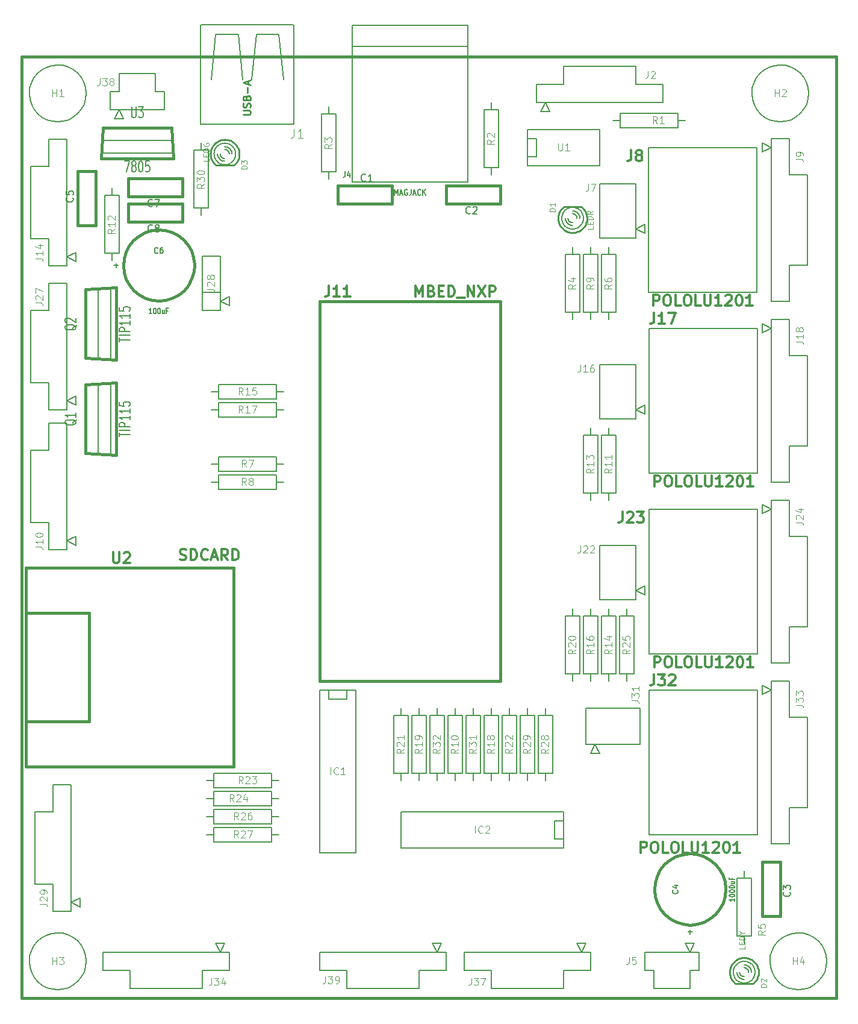
<source format=gto>
G04 (created by PCBNEW-RS274X (2011-07-09 BZR 3046)-testing) date Thu 14 Jul 2011 07:11:13 PM CEST*
G01*
G70*
G90*
%MOIN*%
G04 Gerber Fmt 3.4, Leading zero omitted, Abs format*
%FSLAX34Y34*%
G04 APERTURE LIST*
%ADD10C,0.006000*%
%ADD11C,0.015000*%
%ADD12C,0.005000*%
%ADD13C,0.007000*%
%ADD14C,0.010000*%
%ADD15C,0.007500*%
%ADD16C,0.012000*%
%ADD17C,0.003900*%
%ADD18C,0.003500*%
%ADD19C,0.008000*%
G04 APERTURE END LIST*
G54D10*
G54D11*
X12008Y-66043D02*
X12008Y-13976D01*
X57087Y-66043D02*
X12008Y-66043D01*
X57087Y-13976D02*
X57087Y-66043D01*
X56988Y-13976D02*
X57087Y-13976D01*
X12008Y-13976D02*
X56988Y-13976D01*
G54D12*
X46750Y-39000D02*
X52750Y-39000D01*
X52750Y-39000D02*
X52750Y-47000D01*
X52750Y-47000D02*
X46750Y-47000D01*
X46750Y-47000D02*
X46750Y-39000D01*
X46000Y-15500D02*
X47500Y-15500D01*
X40500Y-15500D02*
X42000Y-15500D01*
X46000Y-15500D02*
X46000Y-14500D01*
X46000Y-14500D02*
X42000Y-14500D01*
X42000Y-14500D02*
X42000Y-15500D01*
X40500Y-16500D02*
X47500Y-16500D01*
X47500Y-15500D02*
X47500Y-16500D01*
X40500Y-15500D02*
X40500Y-16500D01*
G54D10*
X41000Y-16500D02*
X40750Y-17000D01*
X40750Y-17000D02*
X41250Y-17000D01*
X41250Y-17000D02*
X41000Y-16500D01*
G54D12*
X13500Y-20050D02*
X13500Y-18550D01*
X13500Y-25550D02*
X13500Y-24050D01*
X13500Y-20050D02*
X12500Y-20050D01*
X12500Y-20050D02*
X12500Y-24050D01*
X12500Y-24050D02*
X13500Y-24050D01*
X14500Y-25550D02*
X14500Y-18550D01*
X13500Y-18550D02*
X14500Y-18550D01*
X13500Y-25550D02*
X14500Y-25550D01*
G54D10*
X14500Y-25050D02*
X15000Y-25300D01*
X15000Y-25300D02*
X15000Y-24800D01*
X15000Y-24800D02*
X14500Y-25050D01*
X42000Y-57250D02*
X42000Y-57250D01*
X42000Y-57250D02*
X41500Y-57250D01*
X41500Y-57250D02*
X41500Y-56250D01*
X41500Y-56250D02*
X42000Y-56250D01*
X42000Y-57750D02*
X33000Y-57750D01*
X33000Y-57750D02*
X33000Y-55750D01*
X33000Y-55750D02*
X42000Y-55750D01*
X42000Y-55750D02*
X42000Y-57750D01*
X30000Y-49000D02*
X30000Y-49000D01*
X30000Y-49000D02*
X30000Y-49500D01*
X30000Y-49500D02*
X29000Y-49500D01*
X29000Y-49500D02*
X29000Y-49000D01*
X30500Y-49000D02*
X30500Y-58000D01*
X30500Y-58000D02*
X28500Y-58000D01*
X28500Y-58000D02*
X28500Y-49000D01*
X28500Y-49000D02*
X30500Y-49000D01*
X40000Y-18500D02*
X40500Y-18500D01*
X40500Y-18500D02*
X40500Y-19500D01*
X40500Y-19500D02*
X40000Y-19500D01*
X40000Y-18000D02*
X44000Y-18000D01*
X44000Y-18000D02*
X44000Y-20000D01*
X44000Y-20000D02*
X40000Y-20000D01*
X40000Y-20000D02*
X40000Y-18000D01*
G54D12*
X27085Y-17705D02*
X27085Y-12200D01*
X21915Y-17705D02*
X21915Y-12200D01*
X27050Y-12200D02*
X21950Y-12200D01*
X27060Y-17710D02*
X21940Y-17710D01*
X22500Y-15250D02*
X22750Y-12750D01*
X22750Y-12750D02*
X24000Y-12750D01*
X24000Y-12750D02*
X24250Y-15250D01*
X26500Y-15250D02*
X26250Y-12750D01*
X26250Y-12750D02*
X25000Y-12750D01*
X25000Y-12750D02*
X24750Y-15250D01*
X49500Y-63500D02*
X46500Y-63500D01*
X46500Y-63500D02*
X46500Y-64500D01*
X46500Y-64500D02*
X47000Y-64500D01*
X47000Y-64500D02*
X47000Y-65500D01*
X47000Y-65500D02*
X49000Y-65500D01*
X49000Y-65500D02*
X49000Y-64500D01*
X49000Y-64500D02*
X49500Y-64500D01*
X49500Y-64500D02*
X49500Y-63500D01*
G54D10*
X49000Y-63500D02*
X49250Y-63000D01*
X49250Y-63000D02*
X48750Y-63000D01*
X48750Y-63000D02*
X49000Y-63500D01*
G54D12*
X16900Y-16900D02*
X19900Y-16900D01*
X19900Y-16900D02*
X19900Y-15900D01*
X19900Y-15900D02*
X19400Y-15900D01*
X19400Y-15900D02*
X19400Y-14900D01*
X19400Y-14900D02*
X17400Y-14900D01*
X17400Y-14900D02*
X17400Y-15900D01*
X17400Y-15900D02*
X16900Y-15900D01*
X16900Y-15900D02*
X16900Y-16900D01*
G54D10*
X17400Y-16900D02*
X17150Y-17400D01*
X17150Y-17400D02*
X17650Y-17400D01*
X17650Y-17400D02*
X17400Y-16900D01*
G54D12*
X13500Y-28000D02*
X13500Y-26500D01*
X13500Y-33500D02*
X13500Y-32000D01*
X13500Y-28000D02*
X12500Y-28000D01*
X12500Y-28000D02*
X12500Y-32000D01*
X12500Y-32000D02*
X13500Y-32000D01*
X14500Y-33500D02*
X14500Y-26500D01*
X13500Y-26500D02*
X14500Y-26500D01*
X13500Y-33500D02*
X14500Y-33500D01*
G54D10*
X14500Y-33000D02*
X15000Y-33250D01*
X15000Y-33250D02*
X15000Y-32750D01*
X15000Y-32750D02*
X14500Y-33000D01*
G54D12*
X13750Y-55750D02*
X13750Y-54250D01*
X13750Y-61250D02*
X13750Y-59750D01*
X13750Y-55750D02*
X12750Y-55750D01*
X12750Y-55750D02*
X12750Y-59750D01*
X12750Y-59750D02*
X13750Y-59750D01*
X14750Y-61250D02*
X14750Y-54250D01*
X13750Y-54250D02*
X14750Y-54250D01*
X13750Y-61250D02*
X14750Y-61250D01*
G54D10*
X14750Y-60750D02*
X15250Y-61000D01*
X15250Y-61000D02*
X15250Y-60500D01*
X15250Y-60500D02*
X14750Y-60750D01*
G54D12*
X18000Y-64500D02*
X16500Y-64500D01*
X23500Y-64500D02*
X22000Y-64500D01*
X18000Y-64500D02*
X18000Y-65500D01*
X18000Y-65500D02*
X22000Y-65500D01*
X22000Y-65500D02*
X22000Y-64500D01*
X23500Y-63500D02*
X16500Y-63500D01*
X16500Y-64500D02*
X16500Y-63500D01*
X23500Y-64500D02*
X23500Y-63500D01*
G54D10*
X23000Y-63500D02*
X23250Y-63000D01*
X23250Y-63000D02*
X22750Y-63000D01*
X22750Y-63000D02*
X23000Y-63500D01*
G54D12*
X38000Y-64500D02*
X36500Y-64500D01*
X43500Y-64500D02*
X42000Y-64500D01*
X38000Y-64500D02*
X38000Y-65500D01*
X38000Y-65500D02*
X42000Y-65500D01*
X42000Y-65500D02*
X42000Y-64500D01*
X43500Y-63500D02*
X36500Y-63500D01*
X36500Y-64500D02*
X36500Y-63500D01*
X43500Y-64500D02*
X43500Y-63500D01*
G54D10*
X43000Y-63500D02*
X43250Y-63000D01*
X43250Y-63000D02*
X42750Y-63000D01*
X42750Y-63000D02*
X43000Y-63500D01*
G54D12*
X13500Y-35750D02*
X13500Y-34250D01*
X13500Y-41250D02*
X13500Y-39750D01*
X13500Y-35750D02*
X12500Y-35750D01*
X12500Y-35750D02*
X12500Y-39750D01*
X12500Y-39750D02*
X13500Y-39750D01*
X14500Y-41250D02*
X14500Y-34250D01*
X13500Y-34250D02*
X14500Y-34250D01*
X13500Y-41250D02*
X14500Y-41250D01*
G54D10*
X14500Y-40750D02*
X15000Y-41000D01*
X15000Y-41000D02*
X15000Y-40500D01*
X15000Y-40500D02*
X14500Y-40750D01*
G54D12*
X30000Y-64500D02*
X28500Y-64500D01*
X35500Y-64500D02*
X34000Y-64500D01*
X30000Y-64500D02*
X30000Y-65500D01*
X30000Y-65500D02*
X34000Y-65500D01*
X34000Y-65500D02*
X34000Y-64500D01*
X35500Y-63500D02*
X28500Y-63500D01*
X28500Y-64500D02*
X28500Y-63500D01*
X35500Y-64500D02*
X35500Y-63500D01*
G54D10*
X35000Y-63500D02*
X35250Y-63000D01*
X35250Y-63000D02*
X34750Y-63000D01*
X34750Y-63000D02*
X35000Y-63500D01*
G54D12*
X54500Y-57500D02*
X54500Y-55500D01*
X54500Y-55500D02*
X55500Y-55500D01*
X55500Y-55500D02*
X55500Y-50500D01*
X55500Y-50500D02*
X54500Y-50500D01*
X54500Y-50500D02*
X54500Y-48500D01*
X53500Y-55500D02*
X53500Y-57500D01*
X53500Y-48500D02*
X53500Y-55500D01*
X54500Y-57500D02*
X53500Y-57500D01*
X54500Y-48500D02*
X53500Y-48500D01*
G54D10*
X53500Y-49000D02*
X53000Y-48750D01*
X53000Y-48750D02*
X53000Y-49250D01*
X53000Y-49250D02*
X53500Y-49000D01*
G54D12*
X54500Y-47500D02*
X54500Y-45500D01*
X54500Y-45500D02*
X55500Y-45500D01*
X55500Y-45500D02*
X55500Y-40500D01*
X55500Y-40500D02*
X54500Y-40500D01*
X54500Y-40500D02*
X54500Y-38500D01*
X53500Y-45500D02*
X53500Y-47500D01*
X53500Y-38500D02*
X53500Y-45500D01*
X54500Y-47500D02*
X53500Y-47500D01*
X54500Y-38500D02*
X53500Y-38500D01*
G54D10*
X53500Y-39000D02*
X53000Y-38750D01*
X53000Y-38750D02*
X53000Y-39250D01*
X53000Y-39250D02*
X53500Y-39000D01*
G54D12*
X54500Y-27500D02*
X54500Y-25500D01*
X54500Y-25500D02*
X55500Y-25500D01*
X55500Y-25500D02*
X55500Y-20500D01*
X55500Y-20500D02*
X54500Y-20500D01*
X54500Y-20500D02*
X54500Y-18500D01*
X53500Y-25500D02*
X53500Y-27500D01*
X53500Y-18500D02*
X53500Y-25500D01*
X54500Y-27500D02*
X53500Y-27500D01*
X54500Y-18500D02*
X53500Y-18500D01*
G54D10*
X53500Y-19000D02*
X53000Y-18750D01*
X53000Y-18750D02*
X53000Y-19250D01*
X53000Y-19250D02*
X53500Y-19000D01*
G54D12*
X54500Y-37500D02*
X54500Y-35500D01*
X54500Y-35500D02*
X55500Y-35500D01*
X55500Y-35500D02*
X55500Y-30500D01*
X55500Y-30500D02*
X54500Y-30500D01*
X54500Y-30500D02*
X54500Y-28500D01*
X53500Y-35500D02*
X53500Y-37500D01*
X53500Y-28500D02*
X53500Y-35500D01*
X54500Y-37500D02*
X53500Y-37500D01*
X54500Y-28500D02*
X53500Y-28500D01*
G54D10*
X53500Y-29000D02*
X53000Y-28750D01*
X53000Y-28750D02*
X53000Y-29250D01*
X53000Y-29250D02*
X53500Y-29000D01*
X15575Y-16000D02*
X15545Y-16305D01*
X15456Y-16600D01*
X15311Y-16871D01*
X15117Y-17109D01*
X14880Y-17305D01*
X14610Y-17451D01*
X14316Y-17542D01*
X14010Y-17574D01*
X13705Y-17547D01*
X13410Y-17460D01*
X13138Y-17317D01*
X12899Y-17125D01*
X12701Y-16889D01*
X12553Y-16620D01*
X12460Y-16327D01*
X12426Y-16021D01*
X12451Y-15716D01*
X12536Y-15421D01*
X12677Y-15147D01*
X12868Y-14906D01*
X13102Y-14707D01*
X13370Y-14557D01*
X13662Y-14462D01*
X13968Y-14426D01*
X14273Y-14449D01*
X14569Y-14532D01*
X14843Y-14671D01*
X15086Y-14860D01*
X15287Y-15093D01*
X15438Y-15360D01*
X15535Y-15652D01*
X15574Y-15957D01*
X15575Y-16000D01*
X55575Y-16000D02*
X55545Y-16305D01*
X55456Y-16600D01*
X55311Y-16871D01*
X55117Y-17109D01*
X54880Y-17305D01*
X54610Y-17451D01*
X54316Y-17542D01*
X54010Y-17574D01*
X53705Y-17547D01*
X53410Y-17460D01*
X53138Y-17317D01*
X52899Y-17125D01*
X52701Y-16889D01*
X52553Y-16620D01*
X52460Y-16327D01*
X52426Y-16021D01*
X52451Y-15716D01*
X52536Y-15421D01*
X52677Y-15147D01*
X52868Y-14906D01*
X53102Y-14707D01*
X53370Y-14557D01*
X53662Y-14462D01*
X53968Y-14426D01*
X54273Y-14449D01*
X54569Y-14532D01*
X54843Y-14671D01*
X55086Y-14860D01*
X55287Y-15093D01*
X55438Y-15360D01*
X55535Y-15652D01*
X55574Y-15957D01*
X55575Y-16000D01*
X15575Y-64000D02*
X15545Y-64305D01*
X15456Y-64600D01*
X15311Y-64871D01*
X15117Y-65109D01*
X14880Y-65305D01*
X14610Y-65451D01*
X14316Y-65542D01*
X14010Y-65574D01*
X13705Y-65547D01*
X13410Y-65460D01*
X13138Y-65317D01*
X12899Y-65125D01*
X12701Y-64889D01*
X12553Y-64620D01*
X12460Y-64327D01*
X12426Y-64021D01*
X12451Y-63716D01*
X12536Y-63421D01*
X12677Y-63147D01*
X12868Y-62906D01*
X13102Y-62707D01*
X13370Y-62557D01*
X13662Y-62462D01*
X13968Y-62426D01*
X14273Y-62449D01*
X14569Y-62532D01*
X14843Y-62671D01*
X15086Y-62860D01*
X15287Y-63093D01*
X15438Y-63360D01*
X15535Y-63652D01*
X15574Y-63957D01*
X15575Y-64000D01*
X56575Y-64000D02*
X56545Y-64305D01*
X56456Y-64600D01*
X56311Y-64871D01*
X56117Y-65109D01*
X55880Y-65305D01*
X55610Y-65451D01*
X55316Y-65542D01*
X55010Y-65574D01*
X54705Y-65547D01*
X54410Y-65460D01*
X54138Y-65317D01*
X53899Y-65125D01*
X53701Y-64889D01*
X53553Y-64620D01*
X53460Y-64327D01*
X53426Y-64021D01*
X53451Y-63716D01*
X53536Y-63421D01*
X53677Y-63147D01*
X53868Y-62906D01*
X54102Y-62707D01*
X54370Y-62557D01*
X54662Y-62462D01*
X54968Y-62426D01*
X55273Y-62449D01*
X55569Y-62532D01*
X55843Y-62671D01*
X56086Y-62860D01*
X56287Y-63093D01*
X56438Y-63360D01*
X56535Y-63652D01*
X56574Y-63957D01*
X56575Y-64000D01*
G54D11*
X28500Y-48500D02*
X38500Y-48500D01*
X28500Y-27500D02*
X38500Y-27500D01*
X38500Y-27500D02*
X38500Y-48500D01*
X28500Y-48500D02*
X28500Y-27500D01*
G54D10*
X43250Y-50000D02*
X43250Y-52000D01*
X43250Y-52000D02*
X46250Y-52000D01*
X46250Y-52000D02*
X46250Y-50000D01*
X46250Y-50000D02*
X43250Y-50000D01*
X43750Y-52000D02*
X43500Y-52500D01*
X43500Y-52500D02*
X44000Y-52500D01*
X44000Y-52500D02*
X43750Y-52000D01*
X44000Y-24000D02*
X46000Y-24000D01*
X46000Y-24000D02*
X46000Y-21000D01*
X46000Y-21000D02*
X44000Y-21000D01*
X44000Y-21000D02*
X44000Y-24000D01*
X46000Y-23500D02*
X46500Y-23750D01*
X46500Y-23750D02*
X46500Y-23250D01*
X46500Y-23250D02*
X46000Y-23500D01*
X44000Y-44000D02*
X46000Y-44000D01*
X46000Y-44000D02*
X46000Y-41000D01*
X46000Y-41000D02*
X44000Y-41000D01*
X44000Y-41000D02*
X44000Y-44000D01*
X46000Y-43500D02*
X46500Y-43750D01*
X46500Y-43750D02*
X46500Y-43250D01*
X46500Y-43250D02*
X46000Y-43500D01*
X44000Y-34000D02*
X46000Y-34000D01*
X46000Y-34000D02*
X46000Y-31000D01*
X46000Y-31000D02*
X44000Y-31000D01*
X44000Y-31000D02*
X44000Y-34000D01*
X46000Y-33500D02*
X46500Y-33750D01*
X46500Y-33750D02*
X46500Y-33250D01*
X46500Y-33250D02*
X46000Y-33500D01*
G54D12*
X46700Y-19000D02*
X52700Y-19000D01*
X52700Y-19000D02*
X52700Y-27000D01*
X52700Y-27000D02*
X46700Y-27000D01*
X46700Y-27000D02*
X46700Y-19000D01*
X46750Y-29000D02*
X52750Y-29000D01*
X52750Y-29000D02*
X52750Y-37000D01*
X52750Y-37000D02*
X46750Y-37000D01*
X46750Y-37000D02*
X46750Y-29000D01*
X46750Y-49000D02*
X52750Y-49000D01*
X52750Y-49000D02*
X52750Y-57000D01*
X52750Y-57000D02*
X46750Y-57000D01*
X46750Y-57000D02*
X46750Y-49000D01*
G54D10*
X26250Y-57000D02*
X25850Y-57000D01*
X25850Y-57000D02*
X25850Y-57400D01*
X25850Y-57400D02*
X22650Y-57400D01*
X22650Y-57400D02*
X22650Y-56600D01*
X22650Y-56600D02*
X25850Y-56600D01*
X25850Y-56600D02*
X25850Y-57000D01*
X22250Y-57000D02*
X22650Y-57000D01*
X41000Y-54000D02*
X41000Y-53600D01*
X41000Y-53600D02*
X40600Y-53600D01*
X40600Y-53600D02*
X40600Y-50400D01*
X40600Y-50400D02*
X41400Y-50400D01*
X41400Y-50400D02*
X41400Y-53600D01*
X41400Y-53600D02*
X41000Y-53600D01*
X41000Y-50000D02*
X41000Y-50400D01*
X40000Y-54000D02*
X40000Y-53600D01*
X40000Y-53600D02*
X39600Y-53600D01*
X39600Y-53600D02*
X39600Y-50400D01*
X39600Y-50400D02*
X40400Y-50400D01*
X40400Y-50400D02*
X40400Y-53600D01*
X40400Y-53600D02*
X40000Y-53600D01*
X40000Y-50000D02*
X40000Y-50400D01*
X21950Y-22750D02*
X21950Y-22350D01*
X21950Y-22350D02*
X21550Y-22350D01*
X21550Y-22350D02*
X21550Y-19150D01*
X21550Y-19150D02*
X22350Y-19150D01*
X22350Y-19150D02*
X22350Y-22350D01*
X22350Y-22350D02*
X21950Y-22350D01*
X21950Y-18750D02*
X21950Y-19150D01*
X26250Y-56000D02*
X25850Y-56000D01*
X25850Y-56000D02*
X25850Y-56400D01*
X25850Y-56400D02*
X22650Y-56400D01*
X22650Y-56400D02*
X22650Y-55600D01*
X22650Y-55600D02*
X25850Y-55600D01*
X25850Y-55600D02*
X25850Y-56000D01*
X22250Y-56000D02*
X22650Y-56000D01*
X37000Y-54000D02*
X37000Y-53600D01*
X37000Y-53600D02*
X36600Y-53600D01*
X36600Y-53600D02*
X36600Y-50400D01*
X36600Y-50400D02*
X37400Y-50400D01*
X37400Y-50400D02*
X37400Y-53600D01*
X37400Y-53600D02*
X37000Y-53600D01*
X37000Y-50000D02*
X37000Y-50400D01*
X45500Y-44500D02*
X45500Y-44900D01*
X45500Y-44900D02*
X45900Y-44900D01*
X45900Y-44900D02*
X45900Y-48100D01*
X45900Y-48100D02*
X45100Y-48100D01*
X45100Y-48100D02*
X45100Y-44900D01*
X45100Y-44900D02*
X45500Y-44900D01*
X45500Y-48500D02*
X45500Y-48100D01*
X35000Y-54000D02*
X35000Y-53600D01*
X35000Y-53600D02*
X34600Y-53600D01*
X34600Y-53600D02*
X34600Y-50400D01*
X34600Y-50400D02*
X35400Y-50400D01*
X35400Y-50400D02*
X35400Y-53600D01*
X35400Y-53600D02*
X35000Y-53600D01*
X35000Y-50000D02*
X35000Y-50400D01*
X33000Y-54000D02*
X33000Y-53600D01*
X33000Y-53600D02*
X32600Y-53600D01*
X32600Y-53600D02*
X32600Y-50400D01*
X32600Y-50400D02*
X33400Y-50400D01*
X33400Y-50400D02*
X33400Y-53600D01*
X33400Y-53600D02*
X33000Y-53600D01*
X33000Y-50000D02*
X33000Y-50400D01*
X42500Y-48500D02*
X42500Y-48100D01*
X42500Y-48100D02*
X42100Y-48100D01*
X42100Y-48100D02*
X42100Y-44900D01*
X42100Y-44900D02*
X42900Y-44900D01*
X42900Y-44900D02*
X42900Y-48100D01*
X42900Y-48100D02*
X42500Y-48100D01*
X42500Y-44500D02*
X42500Y-44900D01*
X34000Y-54000D02*
X34000Y-53600D01*
X34000Y-53600D02*
X33600Y-53600D01*
X33600Y-53600D02*
X33600Y-50400D01*
X33600Y-50400D02*
X34400Y-50400D01*
X34400Y-50400D02*
X34400Y-53600D01*
X34400Y-53600D02*
X34000Y-53600D01*
X34000Y-50000D02*
X34000Y-50400D01*
X38000Y-54000D02*
X38000Y-53600D01*
X38000Y-53600D02*
X37600Y-53600D01*
X37600Y-53600D02*
X37600Y-50400D01*
X37600Y-50400D02*
X38400Y-50400D01*
X38400Y-50400D02*
X38400Y-53600D01*
X38400Y-53600D02*
X38000Y-53600D01*
X38000Y-50000D02*
X38000Y-50400D01*
X26500Y-33500D02*
X26100Y-33500D01*
X26100Y-33500D02*
X26100Y-33900D01*
X26100Y-33900D02*
X22900Y-33900D01*
X22900Y-33900D02*
X22900Y-33100D01*
X22900Y-33100D02*
X26100Y-33100D01*
X26100Y-33100D02*
X26100Y-33500D01*
X22500Y-33500D02*
X22900Y-33500D01*
X43500Y-48500D02*
X43500Y-48100D01*
X43500Y-48100D02*
X43100Y-48100D01*
X43100Y-48100D02*
X43100Y-44900D01*
X43100Y-44900D02*
X43900Y-44900D01*
X43900Y-44900D02*
X43900Y-48100D01*
X43900Y-48100D02*
X43500Y-48100D01*
X43500Y-44500D02*
X43500Y-44900D01*
X26500Y-32500D02*
X26100Y-32500D01*
X26100Y-32500D02*
X26100Y-32900D01*
X26100Y-32900D02*
X22900Y-32900D01*
X22900Y-32900D02*
X22900Y-32100D01*
X22900Y-32100D02*
X26100Y-32100D01*
X26100Y-32100D02*
X26100Y-32500D01*
X22500Y-32500D02*
X22900Y-32500D01*
X44500Y-44500D02*
X44500Y-44900D01*
X44500Y-44900D02*
X44900Y-44900D01*
X44900Y-44900D02*
X44900Y-48100D01*
X44900Y-48100D02*
X44100Y-48100D01*
X44100Y-48100D02*
X44100Y-44900D01*
X44100Y-44900D02*
X44500Y-44900D01*
X44500Y-48500D02*
X44500Y-48100D01*
X43500Y-38500D02*
X43500Y-38100D01*
X43500Y-38100D02*
X43100Y-38100D01*
X43100Y-38100D02*
X43100Y-34900D01*
X43100Y-34900D02*
X43900Y-34900D01*
X43900Y-34900D02*
X43900Y-38100D01*
X43900Y-38100D02*
X43500Y-38100D01*
X43500Y-34500D02*
X43500Y-34900D01*
X17000Y-25250D02*
X17000Y-24850D01*
X17000Y-24850D02*
X16600Y-24850D01*
X16600Y-24850D02*
X16600Y-21650D01*
X16600Y-21650D02*
X17400Y-21650D01*
X17400Y-21650D02*
X17400Y-24850D01*
X17400Y-24850D02*
X17000Y-24850D01*
X17000Y-21250D02*
X17000Y-21650D01*
X44500Y-34500D02*
X44500Y-34900D01*
X44500Y-34900D02*
X44900Y-34900D01*
X44900Y-34900D02*
X44900Y-38100D01*
X44900Y-38100D02*
X44100Y-38100D01*
X44100Y-38100D02*
X44100Y-34900D01*
X44100Y-34900D02*
X44500Y-34900D01*
X44500Y-38500D02*
X44500Y-38100D01*
X36000Y-50000D02*
X36000Y-50400D01*
X36000Y-50400D02*
X36400Y-50400D01*
X36400Y-50400D02*
X36400Y-53600D01*
X36400Y-53600D02*
X35600Y-53600D01*
X35600Y-53600D02*
X35600Y-50400D01*
X35600Y-50400D02*
X36000Y-50400D01*
X36000Y-54000D02*
X36000Y-53600D01*
X43500Y-28500D02*
X43500Y-28100D01*
X43500Y-28100D02*
X43100Y-28100D01*
X43100Y-28100D02*
X43100Y-24900D01*
X43100Y-24900D02*
X43900Y-24900D01*
X43900Y-24900D02*
X43900Y-28100D01*
X43900Y-28100D02*
X43500Y-28100D01*
X43500Y-24500D02*
X43500Y-24900D01*
X26500Y-37500D02*
X26100Y-37500D01*
X26100Y-37500D02*
X26100Y-37900D01*
X26100Y-37900D02*
X22900Y-37900D01*
X22900Y-37900D02*
X22900Y-37100D01*
X22900Y-37100D02*
X26100Y-37100D01*
X26100Y-37100D02*
X26100Y-37500D01*
X22500Y-37500D02*
X22900Y-37500D01*
X26500Y-36500D02*
X26100Y-36500D01*
X26100Y-36500D02*
X26100Y-36900D01*
X26100Y-36900D02*
X22900Y-36900D01*
X22900Y-36900D02*
X22900Y-36100D01*
X22900Y-36100D02*
X26100Y-36100D01*
X26100Y-36100D02*
X26100Y-36500D01*
X22500Y-36500D02*
X22900Y-36500D01*
X44500Y-24500D02*
X44500Y-24900D01*
X44500Y-24900D02*
X44900Y-24900D01*
X44900Y-24900D02*
X44900Y-28100D01*
X44900Y-28100D02*
X44100Y-28100D01*
X44100Y-28100D02*
X44100Y-24900D01*
X44100Y-24900D02*
X44500Y-24900D01*
X44500Y-28500D02*
X44500Y-28100D01*
X52000Y-63000D02*
X52000Y-62600D01*
X52000Y-62600D02*
X51600Y-62600D01*
X51600Y-62600D02*
X51600Y-59400D01*
X51600Y-59400D02*
X52400Y-59400D01*
X52400Y-59400D02*
X52400Y-62600D01*
X52400Y-62600D02*
X52000Y-62600D01*
X52000Y-59000D02*
X52000Y-59400D01*
X42500Y-24500D02*
X42500Y-24900D01*
X42500Y-24900D02*
X42900Y-24900D01*
X42900Y-24900D02*
X42900Y-28100D01*
X42900Y-28100D02*
X42100Y-28100D01*
X42100Y-28100D02*
X42100Y-24900D01*
X42100Y-24900D02*
X42500Y-24900D01*
X42500Y-28500D02*
X42500Y-28100D01*
X29000Y-20750D02*
X29000Y-20350D01*
X29000Y-20350D02*
X28600Y-20350D01*
X28600Y-20350D02*
X28600Y-17150D01*
X28600Y-17150D02*
X29400Y-17150D01*
X29400Y-17150D02*
X29400Y-20350D01*
X29400Y-20350D02*
X29000Y-20350D01*
X29000Y-16750D02*
X29000Y-17150D01*
X38000Y-20500D02*
X38000Y-20100D01*
X38000Y-20100D02*
X37600Y-20100D01*
X37600Y-20100D02*
X37600Y-16900D01*
X37600Y-16900D02*
X38400Y-16900D01*
X38400Y-16900D02*
X38400Y-20100D01*
X38400Y-20100D02*
X38000Y-20100D01*
X38000Y-16500D02*
X38000Y-16900D01*
X48750Y-17500D02*
X48350Y-17500D01*
X48350Y-17500D02*
X48350Y-17900D01*
X48350Y-17900D02*
X45150Y-17900D01*
X45150Y-17900D02*
X45150Y-17100D01*
X45150Y-17100D02*
X48350Y-17100D01*
X48350Y-17100D02*
X48350Y-17500D01*
X44750Y-17500D02*
X45150Y-17500D01*
X39000Y-54000D02*
X39000Y-53600D01*
X39000Y-53600D02*
X38600Y-53600D01*
X38600Y-53600D02*
X38600Y-50400D01*
X38600Y-50400D02*
X39400Y-50400D01*
X39400Y-50400D02*
X39400Y-53600D01*
X39400Y-53600D02*
X39000Y-53600D01*
X39000Y-50000D02*
X39000Y-50400D01*
X26250Y-54000D02*
X25850Y-54000D01*
X25850Y-54000D02*
X25850Y-54400D01*
X25850Y-54400D02*
X22650Y-54400D01*
X22650Y-54400D02*
X22650Y-53600D01*
X22650Y-53600D02*
X25850Y-53600D01*
X25850Y-53600D02*
X25850Y-54000D01*
X22250Y-54000D02*
X22650Y-54000D01*
X26250Y-55000D02*
X25850Y-55000D01*
X25850Y-55000D02*
X25850Y-55400D01*
X25850Y-55400D02*
X22650Y-55400D01*
X22650Y-55400D02*
X22650Y-54600D01*
X22650Y-54600D02*
X25850Y-54600D01*
X25850Y-54600D02*
X25850Y-55000D01*
X22250Y-55000D02*
X22650Y-55000D01*
X23000Y-27500D02*
X23500Y-27750D01*
X23500Y-27750D02*
X23500Y-27250D01*
X23500Y-27250D02*
X23000Y-27500D01*
X23000Y-28000D02*
X22000Y-28000D01*
X22000Y-28000D02*
X22000Y-25000D01*
X22000Y-25000D02*
X23000Y-25000D01*
X23000Y-25000D02*
X23000Y-28000D01*
X22000Y-27000D02*
X23000Y-27000D01*
G54D13*
X30300Y-13400D02*
X36700Y-13400D01*
X36700Y-20900D02*
X36700Y-12250D01*
X30300Y-20900D02*
X30300Y-12250D01*
X30300Y-20900D02*
X36700Y-20900D01*
X36700Y-12250D02*
X30300Y-12250D01*
G54D11*
X54000Y-61500D02*
X54000Y-58500D01*
X54000Y-58500D02*
X53000Y-58500D01*
X54000Y-61500D02*
X53000Y-61500D01*
X53000Y-58500D02*
X53000Y-61500D01*
X15100Y-20300D02*
X15100Y-23300D01*
X15100Y-23300D02*
X16100Y-23300D01*
X15100Y-20300D02*
X16100Y-20300D01*
X16100Y-23300D02*
X16100Y-20300D01*
X35500Y-22100D02*
X38500Y-22100D01*
X38500Y-22100D02*
X38500Y-21100D01*
X35500Y-22100D02*
X35500Y-21100D01*
X38500Y-21100D02*
X35500Y-21100D01*
X32500Y-21100D02*
X29500Y-21100D01*
X29500Y-21100D02*
X29500Y-22100D01*
X32500Y-21100D02*
X32500Y-22100D01*
X29500Y-22100D02*
X32500Y-22100D01*
X17900Y-21700D02*
X20900Y-21700D01*
X20900Y-21700D02*
X20900Y-20700D01*
X17900Y-21700D02*
X17900Y-20700D01*
X20900Y-20700D02*
X17900Y-20700D01*
X17900Y-23100D02*
X20900Y-23100D01*
X20900Y-23100D02*
X20900Y-22100D01*
X17900Y-23100D02*
X17900Y-22100D01*
X20900Y-22100D02*
X17900Y-22100D01*
G54D14*
X43000Y-22280D02*
X42000Y-22280D01*
G54D10*
X42116Y-23360D02*
X42158Y-23392D01*
X42202Y-23420D01*
X42249Y-23444D01*
X42297Y-23464D01*
X42347Y-23480D01*
X42398Y-23491D01*
X42450Y-23497D01*
X42500Y-23500D01*
X42500Y-23499D02*
X42552Y-23496D01*
X42604Y-23489D01*
X42655Y-23478D01*
X42704Y-23462D01*
X42753Y-23442D01*
X42799Y-23418D01*
X42843Y-23390D01*
X42885Y-23358D01*
X42897Y-23347D01*
X42500Y-22301D02*
X42448Y-22304D01*
X42396Y-22311D01*
X42345Y-22322D01*
X42296Y-22338D01*
X42247Y-22358D01*
X42201Y-22382D01*
X42157Y-22410D01*
X42115Y-22442D01*
X42111Y-22446D01*
X42884Y-22440D02*
X42842Y-22408D01*
X42798Y-22380D01*
X42751Y-22356D01*
X42703Y-22336D01*
X42653Y-22320D01*
X42602Y-22309D01*
X42550Y-22303D01*
X42500Y-22300D01*
X42151Y-22413D02*
X42110Y-22445D01*
X42072Y-22481D01*
X42037Y-22520D01*
X42005Y-22562D01*
X41978Y-22606D01*
X41954Y-22653D01*
X41935Y-22701D01*
X41919Y-22751D01*
X41909Y-22803D01*
X41902Y-22854D01*
X41900Y-22900D01*
X41900Y-22900D02*
X41903Y-22952D01*
X41910Y-23004D01*
X41921Y-23055D01*
X41937Y-23105D01*
X41957Y-23153D01*
X41981Y-23199D01*
X42009Y-23244D01*
X42041Y-23285D01*
X42076Y-23324D01*
X42115Y-23359D01*
X42140Y-23379D01*
X43099Y-22900D02*
X43096Y-22848D01*
X43089Y-22796D01*
X43078Y-22745D01*
X43062Y-22696D01*
X43042Y-22647D01*
X43018Y-22601D01*
X42990Y-22557D01*
X42958Y-22515D01*
X42923Y-22477D01*
X42885Y-22442D01*
X42867Y-22428D01*
X42868Y-23373D02*
X42908Y-23339D01*
X42945Y-23302D01*
X42978Y-23261D01*
X43008Y-23218D01*
X43034Y-23173D01*
X43055Y-23125D01*
X43073Y-23076D01*
X43086Y-23025D01*
X43095Y-22974D01*
X43099Y-22921D01*
X43100Y-22900D01*
X42250Y-22900D02*
X42251Y-22921D01*
X42254Y-22943D01*
X42259Y-22964D01*
X42266Y-22985D01*
X42274Y-23005D01*
X42284Y-23024D01*
X42296Y-23043D01*
X42309Y-23060D01*
X42324Y-23076D01*
X42340Y-23091D01*
X42357Y-23104D01*
X42376Y-23116D01*
X42395Y-23126D01*
X42415Y-23134D01*
X42436Y-23141D01*
X42457Y-23146D01*
X42479Y-23149D01*
X42500Y-23150D01*
X42100Y-22900D02*
X42102Y-22934D01*
X42107Y-22969D01*
X42114Y-23003D01*
X42125Y-23036D01*
X42138Y-23069D01*
X42154Y-23099D01*
X42173Y-23129D01*
X42194Y-23157D01*
X42218Y-23182D01*
X42243Y-23206D01*
X42271Y-23227D01*
X42301Y-23246D01*
X42331Y-23262D01*
X42364Y-23275D01*
X42397Y-23286D01*
X42431Y-23293D01*
X42466Y-23298D01*
X42500Y-23300D01*
X42750Y-22900D02*
X42749Y-22879D01*
X42746Y-22857D01*
X42741Y-22836D01*
X42734Y-22815D01*
X42726Y-22795D01*
X42716Y-22776D01*
X42704Y-22757D01*
X42691Y-22740D01*
X42676Y-22724D01*
X42660Y-22709D01*
X42643Y-22696D01*
X42625Y-22684D01*
X42605Y-22674D01*
X42585Y-22666D01*
X42564Y-22659D01*
X42543Y-22654D01*
X42521Y-22651D01*
X42500Y-22650D01*
X42900Y-22900D02*
X42898Y-22866D01*
X42893Y-22831D01*
X42886Y-22797D01*
X42875Y-22764D01*
X42862Y-22731D01*
X42846Y-22701D01*
X42827Y-22671D01*
X42806Y-22643D01*
X42782Y-22618D01*
X42757Y-22594D01*
X42729Y-22573D01*
X42700Y-22554D01*
X42669Y-22538D01*
X42636Y-22525D01*
X42603Y-22514D01*
X42569Y-22507D01*
X42534Y-22502D01*
X42500Y-22500D01*
G54D14*
X41987Y-22287D02*
X41936Y-22334D01*
X41889Y-22385D01*
X41846Y-22440D01*
X41808Y-22499D01*
X41776Y-22561D01*
X41749Y-22626D01*
X41728Y-22692D01*
X41713Y-22760D01*
X41704Y-22829D01*
X41701Y-22899D01*
X41700Y-22900D01*
X41701Y-22900D02*
X41705Y-22969D01*
X41714Y-23038D01*
X41729Y-23106D01*
X41750Y-23173D01*
X41776Y-23237D01*
X41809Y-23299D01*
X41846Y-23358D01*
X41888Y-23413D01*
X41936Y-23464D01*
X41987Y-23512D01*
X42042Y-23554D01*
X42101Y-23591D01*
X42124Y-23604D01*
X43297Y-22899D02*
X43294Y-22830D01*
X43285Y-22761D01*
X43270Y-22693D01*
X43249Y-22626D01*
X43222Y-22562D01*
X43190Y-22500D01*
X43152Y-22442D01*
X43110Y-22386D01*
X43063Y-22335D01*
X43015Y-22291D01*
X42897Y-23594D02*
X42956Y-23556D01*
X43012Y-23514D01*
X43063Y-23467D01*
X43111Y-23416D01*
X43153Y-23361D01*
X43191Y-23302D01*
X43223Y-23240D01*
X43250Y-23176D01*
X43272Y-23109D01*
X43287Y-23041D01*
X43296Y-22972D01*
X43299Y-22902D01*
X43300Y-22900D01*
X42121Y-23604D02*
X42184Y-23634D01*
X42249Y-23659D01*
X42316Y-23678D01*
X42385Y-23691D01*
X42454Y-23698D01*
X42500Y-23700D01*
X42500Y-23699D02*
X42569Y-23695D01*
X42638Y-23686D01*
X42706Y-23671D01*
X42773Y-23650D01*
X42837Y-23624D01*
X42899Y-23591D01*
X42918Y-23580D01*
X51500Y-65220D02*
X52500Y-65220D01*
G54D10*
X52384Y-64140D02*
X52342Y-64108D01*
X52298Y-64080D01*
X52251Y-64056D01*
X52203Y-64036D01*
X52153Y-64020D01*
X52102Y-64009D01*
X52050Y-64003D01*
X52000Y-64000D01*
X52000Y-64001D02*
X51948Y-64004D01*
X51896Y-64011D01*
X51845Y-64022D01*
X51796Y-64038D01*
X51747Y-64058D01*
X51701Y-64082D01*
X51657Y-64110D01*
X51615Y-64142D01*
X51603Y-64153D01*
X52000Y-65199D02*
X52052Y-65196D01*
X52104Y-65189D01*
X52155Y-65178D01*
X52204Y-65162D01*
X52253Y-65142D01*
X52299Y-65118D01*
X52343Y-65090D01*
X52385Y-65058D01*
X52389Y-65054D01*
X51616Y-65060D02*
X51658Y-65092D01*
X51702Y-65120D01*
X51749Y-65144D01*
X51797Y-65164D01*
X51847Y-65180D01*
X51898Y-65191D01*
X51950Y-65197D01*
X52000Y-65200D01*
X52349Y-65087D02*
X52390Y-65055D01*
X52428Y-65019D01*
X52463Y-64980D01*
X52495Y-64938D01*
X52522Y-64894D01*
X52546Y-64847D01*
X52565Y-64799D01*
X52581Y-64749D01*
X52591Y-64697D01*
X52598Y-64646D01*
X52600Y-64600D01*
X52600Y-64600D02*
X52597Y-64548D01*
X52590Y-64496D01*
X52579Y-64445D01*
X52563Y-64395D01*
X52543Y-64347D01*
X52519Y-64301D01*
X52491Y-64256D01*
X52459Y-64215D01*
X52424Y-64176D01*
X52385Y-64141D01*
X52360Y-64121D01*
X51401Y-64600D02*
X51404Y-64652D01*
X51411Y-64704D01*
X51422Y-64755D01*
X51438Y-64804D01*
X51458Y-64853D01*
X51482Y-64899D01*
X51510Y-64943D01*
X51542Y-64985D01*
X51577Y-65023D01*
X51615Y-65058D01*
X51633Y-65072D01*
X51632Y-64127D02*
X51592Y-64161D01*
X51555Y-64198D01*
X51522Y-64239D01*
X51492Y-64282D01*
X51466Y-64327D01*
X51445Y-64375D01*
X51427Y-64424D01*
X51414Y-64475D01*
X51405Y-64526D01*
X51401Y-64579D01*
X51400Y-64600D01*
X52250Y-64600D02*
X52249Y-64579D01*
X52246Y-64557D01*
X52241Y-64536D01*
X52234Y-64515D01*
X52226Y-64495D01*
X52216Y-64476D01*
X52204Y-64457D01*
X52191Y-64440D01*
X52176Y-64424D01*
X52160Y-64409D01*
X52143Y-64396D01*
X52125Y-64384D01*
X52105Y-64374D01*
X52085Y-64366D01*
X52064Y-64359D01*
X52043Y-64354D01*
X52021Y-64351D01*
X52000Y-64350D01*
X52400Y-64600D02*
X52398Y-64566D01*
X52393Y-64531D01*
X52386Y-64497D01*
X52375Y-64464D01*
X52362Y-64431D01*
X52346Y-64401D01*
X52327Y-64371D01*
X52306Y-64343D01*
X52282Y-64318D01*
X52257Y-64294D01*
X52229Y-64273D01*
X52200Y-64254D01*
X52169Y-64238D01*
X52136Y-64225D01*
X52103Y-64214D01*
X52069Y-64207D01*
X52034Y-64202D01*
X52000Y-64200D01*
X51750Y-64600D02*
X51751Y-64621D01*
X51754Y-64643D01*
X51759Y-64664D01*
X51766Y-64685D01*
X51774Y-64705D01*
X51784Y-64724D01*
X51796Y-64743D01*
X51809Y-64760D01*
X51824Y-64776D01*
X51840Y-64791D01*
X51857Y-64804D01*
X51876Y-64816D01*
X51895Y-64826D01*
X51915Y-64834D01*
X51936Y-64841D01*
X51957Y-64846D01*
X51979Y-64849D01*
X52000Y-64850D01*
X51600Y-64600D02*
X51602Y-64634D01*
X51607Y-64669D01*
X51614Y-64703D01*
X51625Y-64736D01*
X51638Y-64769D01*
X51654Y-64799D01*
X51673Y-64829D01*
X51694Y-64857D01*
X51718Y-64882D01*
X51743Y-64906D01*
X51771Y-64927D01*
X51801Y-64946D01*
X51831Y-64962D01*
X51864Y-64975D01*
X51897Y-64986D01*
X51931Y-64993D01*
X51966Y-64998D01*
X52000Y-65000D01*
G54D14*
X52513Y-65213D02*
X52564Y-65166D01*
X52611Y-65115D01*
X52654Y-65060D01*
X52692Y-65001D01*
X52724Y-64939D01*
X52751Y-64874D01*
X52772Y-64808D01*
X52787Y-64740D01*
X52796Y-64671D01*
X52799Y-64601D01*
X52800Y-64600D01*
X52799Y-64600D02*
X52795Y-64531D01*
X52786Y-64462D01*
X52771Y-64394D01*
X52750Y-64327D01*
X52724Y-64263D01*
X52691Y-64201D01*
X52654Y-64142D01*
X52612Y-64087D01*
X52564Y-64036D01*
X52513Y-63988D01*
X52458Y-63946D01*
X52399Y-63909D01*
X52376Y-63896D01*
X51203Y-64601D02*
X51206Y-64670D01*
X51215Y-64739D01*
X51230Y-64807D01*
X51251Y-64874D01*
X51278Y-64938D01*
X51310Y-65000D01*
X51348Y-65058D01*
X51390Y-65114D01*
X51437Y-65165D01*
X51485Y-65209D01*
X51603Y-63906D02*
X51544Y-63944D01*
X51488Y-63986D01*
X51437Y-64033D01*
X51389Y-64084D01*
X51347Y-64139D01*
X51309Y-64198D01*
X51277Y-64260D01*
X51250Y-64324D01*
X51228Y-64391D01*
X51213Y-64459D01*
X51204Y-64528D01*
X51201Y-64598D01*
X51200Y-64600D01*
X52379Y-63896D02*
X52316Y-63866D01*
X52251Y-63841D01*
X52184Y-63822D01*
X52115Y-63809D01*
X52046Y-63802D01*
X52000Y-63800D01*
X52000Y-63801D02*
X51931Y-63805D01*
X51862Y-63814D01*
X51794Y-63829D01*
X51727Y-63850D01*
X51663Y-63876D01*
X51601Y-63909D01*
X51582Y-63920D01*
X22750Y-19970D02*
X23750Y-19970D01*
G54D10*
X23634Y-18890D02*
X23592Y-18858D01*
X23548Y-18830D01*
X23501Y-18806D01*
X23453Y-18786D01*
X23403Y-18770D01*
X23352Y-18759D01*
X23300Y-18753D01*
X23250Y-18750D01*
X23250Y-18751D02*
X23198Y-18754D01*
X23146Y-18761D01*
X23095Y-18772D01*
X23046Y-18788D01*
X22997Y-18808D01*
X22951Y-18832D01*
X22907Y-18860D01*
X22865Y-18892D01*
X22853Y-18903D01*
X23250Y-19949D02*
X23302Y-19946D01*
X23354Y-19939D01*
X23405Y-19928D01*
X23454Y-19912D01*
X23503Y-19892D01*
X23549Y-19868D01*
X23593Y-19840D01*
X23635Y-19808D01*
X23639Y-19804D01*
X22866Y-19810D02*
X22908Y-19842D01*
X22952Y-19870D01*
X22999Y-19894D01*
X23047Y-19914D01*
X23097Y-19930D01*
X23148Y-19941D01*
X23200Y-19947D01*
X23250Y-19950D01*
X23599Y-19837D02*
X23640Y-19805D01*
X23678Y-19769D01*
X23713Y-19730D01*
X23745Y-19688D01*
X23772Y-19644D01*
X23796Y-19597D01*
X23815Y-19549D01*
X23831Y-19499D01*
X23841Y-19447D01*
X23848Y-19396D01*
X23850Y-19350D01*
X23850Y-19350D02*
X23847Y-19298D01*
X23840Y-19246D01*
X23829Y-19195D01*
X23813Y-19145D01*
X23793Y-19097D01*
X23769Y-19051D01*
X23741Y-19006D01*
X23709Y-18965D01*
X23674Y-18926D01*
X23635Y-18891D01*
X23610Y-18871D01*
X22651Y-19350D02*
X22654Y-19402D01*
X22661Y-19454D01*
X22672Y-19505D01*
X22688Y-19554D01*
X22708Y-19603D01*
X22732Y-19649D01*
X22760Y-19693D01*
X22792Y-19735D01*
X22827Y-19773D01*
X22865Y-19808D01*
X22883Y-19822D01*
X22882Y-18877D02*
X22842Y-18911D01*
X22805Y-18948D01*
X22772Y-18989D01*
X22742Y-19032D01*
X22716Y-19077D01*
X22695Y-19125D01*
X22677Y-19174D01*
X22664Y-19225D01*
X22655Y-19276D01*
X22651Y-19329D01*
X22650Y-19350D01*
X23500Y-19350D02*
X23499Y-19329D01*
X23496Y-19307D01*
X23491Y-19286D01*
X23484Y-19265D01*
X23476Y-19245D01*
X23466Y-19226D01*
X23454Y-19207D01*
X23441Y-19190D01*
X23426Y-19174D01*
X23410Y-19159D01*
X23393Y-19146D01*
X23375Y-19134D01*
X23355Y-19124D01*
X23335Y-19116D01*
X23314Y-19109D01*
X23293Y-19104D01*
X23271Y-19101D01*
X23250Y-19100D01*
X23650Y-19350D02*
X23648Y-19316D01*
X23643Y-19281D01*
X23636Y-19247D01*
X23625Y-19214D01*
X23612Y-19181D01*
X23596Y-19151D01*
X23577Y-19121D01*
X23556Y-19093D01*
X23532Y-19068D01*
X23507Y-19044D01*
X23479Y-19023D01*
X23450Y-19004D01*
X23419Y-18988D01*
X23386Y-18975D01*
X23353Y-18964D01*
X23319Y-18957D01*
X23284Y-18952D01*
X23250Y-18950D01*
X23000Y-19350D02*
X23001Y-19371D01*
X23004Y-19393D01*
X23009Y-19414D01*
X23016Y-19435D01*
X23024Y-19455D01*
X23034Y-19474D01*
X23046Y-19493D01*
X23059Y-19510D01*
X23074Y-19526D01*
X23090Y-19541D01*
X23107Y-19554D01*
X23126Y-19566D01*
X23145Y-19576D01*
X23165Y-19584D01*
X23186Y-19591D01*
X23207Y-19596D01*
X23229Y-19599D01*
X23250Y-19600D01*
X22850Y-19350D02*
X22852Y-19384D01*
X22857Y-19419D01*
X22864Y-19453D01*
X22875Y-19486D01*
X22888Y-19519D01*
X22904Y-19549D01*
X22923Y-19579D01*
X22944Y-19607D01*
X22968Y-19632D01*
X22993Y-19656D01*
X23021Y-19677D01*
X23051Y-19696D01*
X23081Y-19712D01*
X23114Y-19725D01*
X23147Y-19736D01*
X23181Y-19743D01*
X23216Y-19748D01*
X23250Y-19750D01*
G54D14*
X23763Y-19963D02*
X23814Y-19916D01*
X23861Y-19865D01*
X23904Y-19810D01*
X23942Y-19751D01*
X23974Y-19689D01*
X24001Y-19624D01*
X24022Y-19558D01*
X24037Y-19490D01*
X24046Y-19421D01*
X24049Y-19351D01*
X24050Y-19350D01*
X24049Y-19350D02*
X24045Y-19281D01*
X24036Y-19212D01*
X24021Y-19144D01*
X24000Y-19077D01*
X23974Y-19013D01*
X23941Y-18951D01*
X23904Y-18892D01*
X23862Y-18837D01*
X23814Y-18786D01*
X23763Y-18738D01*
X23708Y-18696D01*
X23649Y-18659D01*
X23626Y-18646D01*
X22453Y-19351D02*
X22456Y-19420D01*
X22465Y-19489D01*
X22480Y-19557D01*
X22501Y-19624D01*
X22528Y-19688D01*
X22560Y-19750D01*
X22598Y-19808D01*
X22640Y-19864D01*
X22687Y-19915D01*
X22735Y-19959D01*
X22853Y-18656D02*
X22794Y-18694D01*
X22738Y-18736D01*
X22687Y-18783D01*
X22639Y-18834D01*
X22597Y-18889D01*
X22559Y-18948D01*
X22527Y-19010D01*
X22500Y-19074D01*
X22478Y-19141D01*
X22463Y-19209D01*
X22454Y-19278D01*
X22451Y-19348D01*
X22450Y-19350D01*
X23629Y-18646D02*
X23566Y-18616D01*
X23501Y-18591D01*
X23434Y-18572D01*
X23365Y-18559D01*
X23296Y-18552D01*
X23250Y-18550D01*
X23250Y-18551D02*
X23181Y-18555D01*
X23112Y-18564D01*
X23044Y-18579D01*
X22977Y-18600D01*
X22913Y-18626D01*
X22851Y-18659D01*
X22832Y-18670D01*
G54D11*
X50969Y-60016D02*
X50931Y-60398D01*
X50820Y-60766D01*
X50640Y-61105D01*
X50397Y-61403D01*
X50101Y-61648D01*
X49763Y-61831D01*
X49395Y-61944D01*
X49013Y-61984D01*
X48632Y-61950D01*
X48263Y-61841D01*
X47922Y-61663D01*
X47623Y-61422D01*
X47376Y-61128D01*
X47191Y-60791D01*
X47075Y-60425D01*
X47032Y-60043D01*
X47064Y-59661D01*
X47170Y-59292D01*
X47345Y-58950D01*
X47584Y-58649D01*
X47877Y-58400D01*
X48212Y-58212D01*
X48578Y-58093D01*
X48959Y-58048D01*
X49341Y-58077D01*
X49712Y-58181D01*
X50055Y-58354D01*
X50357Y-58591D01*
X50608Y-58882D01*
X50798Y-59216D01*
X50920Y-59580D01*
X50968Y-59962D01*
X50969Y-60016D01*
X21559Y-25500D02*
X21521Y-25882D01*
X21410Y-26250D01*
X21230Y-26589D01*
X20987Y-26887D01*
X20691Y-27132D01*
X20353Y-27315D01*
X19985Y-27428D01*
X19603Y-27468D01*
X19222Y-27434D01*
X18853Y-27325D01*
X18512Y-27147D01*
X18213Y-26906D01*
X17966Y-26612D01*
X17781Y-26275D01*
X17665Y-25909D01*
X17622Y-25527D01*
X17654Y-25145D01*
X17760Y-24776D01*
X17935Y-24434D01*
X18174Y-24133D01*
X18467Y-23884D01*
X18802Y-23696D01*
X19168Y-23577D01*
X19549Y-23532D01*
X19931Y-23561D01*
X20302Y-23665D01*
X20645Y-23838D01*
X20947Y-24075D01*
X21198Y-24366D01*
X21388Y-24700D01*
X21510Y-25064D01*
X21558Y-25446D01*
X21559Y-25500D01*
G54D15*
X20400Y-19300D02*
X16400Y-19300D01*
X20300Y-18600D02*
X16500Y-18600D01*
G54D11*
X20400Y-19600D02*
X20300Y-17900D01*
X20300Y-17900D02*
X16500Y-17900D01*
X16500Y-17900D02*
X16400Y-19600D01*
X20400Y-19600D02*
X16400Y-19600D01*
G54D15*
X16950Y-32000D02*
X16950Y-36000D01*
X16250Y-32100D02*
X16250Y-35900D01*
G54D11*
X17250Y-32000D02*
X15550Y-32100D01*
X15550Y-32100D02*
X15550Y-35900D01*
X15550Y-35900D02*
X17250Y-36000D01*
X17250Y-32000D02*
X17250Y-36000D01*
G54D15*
X16950Y-26750D02*
X16950Y-30750D01*
X16250Y-26850D02*
X16250Y-30650D01*
G54D11*
X17250Y-26750D02*
X15550Y-26850D01*
X15550Y-26850D02*
X15550Y-30650D01*
X15550Y-30650D02*
X17250Y-30750D01*
X17250Y-26750D02*
X17250Y-30750D01*
X12250Y-44750D02*
X15750Y-44750D01*
X15750Y-44750D02*
X15750Y-50750D01*
X15750Y-50750D02*
X12250Y-50750D01*
X23750Y-42250D02*
X12250Y-42250D01*
X12250Y-42250D02*
X12250Y-53250D01*
X12250Y-53250D02*
X23750Y-53250D01*
X23750Y-53250D02*
X23750Y-42250D01*
G54D16*
X45265Y-39143D02*
X45265Y-39571D01*
X45237Y-39657D01*
X45180Y-39714D01*
X45094Y-39743D01*
X45037Y-39743D01*
X45522Y-39200D02*
X45551Y-39171D01*
X45608Y-39143D01*
X45751Y-39143D01*
X45808Y-39171D01*
X45837Y-39200D01*
X45865Y-39257D01*
X45865Y-39314D01*
X45837Y-39400D01*
X45494Y-39743D01*
X45865Y-39743D01*
X46065Y-39143D02*
X46436Y-39143D01*
X46236Y-39371D01*
X46322Y-39371D01*
X46379Y-39400D01*
X46408Y-39429D01*
X46436Y-39486D01*
X46436Y-39629D01*
X46408Y-39686D01*
X46379Y-39714D01*
X46322Y-39743D01*
X46150Y-39743D01*
X46093Y-39714D01*
X46065Y-39686D01*
X47022Y-47743D02*
X47022Y-47143D01*
X47250Y-47143D01*
X47308Y-47171D01*
X47336Y-47200D01*
X47365Y-47257D01*
X47365Y-47343D01*
X47336Y-47400D01*
X47308Y-47429D01*
X47250Y-47457D01*
X47022Y-47457D01*
X47736Y-47143D02*
X47850Y-47143D01*
X47908Y-47171D01*
X47965Y-47229D01*
X47993Y-47343D01*
X47993Y-47543D01*
X47965Y-47657D01*
X47908Y-47714D01*
X47850Y-47743D01*
X47736Y-47743D01*
X47679Y-47714D01*
X47622Y-47657D01*
X47593Y-47543D01*
X47593Y-47343D01*
X47622Y-47229D01*
X47679Y-47171D01*
X47736Y-47143D01*
X48537Y-47743D02*
X48251Y-47743D01*
X48251Y-47143D01*
X48851Y-47143D02*
X48965Y-47143D01*
X49023Y-47171D01*
X49080Y-47229D01*
X49108Y-47343D01*
X49108Y-47543D01*
X49080Y-47657D01*
X49023Y-47714D01*
X48965Y-47743D01*
X48851Y-47743D01*
X48794Y-47714D01*
X48737Y-47657D01*
X48708Y-47543D01*
X48708Y-47343D01*
X48737Y-47229D01*
X48794Y-47171D01*
X48851Y-47143D01*
X49652Y-47743D02*
X49366Y-47743D01*
X49366Y-47143D01*
X49852Y-47143D02*
X49852Y-47629D01*
X49880Y-47686D01*
X49909Y-47714D01*
X49966Y-47743D01*
X50080Y-47743D01*
X50138Y-47714D01*
X50166Y-47686D01*
X50195Y-47629D01*
X50195Y-47143D01*
X50795Y-47743D02*
X50452Y-47743D01*
X50624Y-47743D02*
X50624Y-47143D01*
X50567Y-47229D01*
X50509Y-47286D01*
X50452Y-47314D01*
X51023Y-47200D02*
X51052Y-47171D01*
X51109Y-47143D01*
X51252Y-47143D01*
X51309Y-47171D01*
X51338Y-47200D01*
X51366Y-47257D01*
X51366Y-47314D01*
X51338Y-47400D01*
X50995Y-47743D01*
X51366Y-47743D01*
X51737Y-47143D02*
X51794Y-47143D01*
X51851Y-47171D01*
X51880Y-47200D01*
X51909Y-47257D01*
X51937Y-47371D01*
X51937Y-47514D01*
X51909Y-47629D01*
X51880Y-47686D01*
X51851Y-47714D01*
X51794Y-47743D01*
X51737Y-47743D01*
X51680Y-47714D01*
X51651Y-47686D01*
X51623Y-47629D01*
X51594Y-47514D01*
X51594Y-47371D01*
X51623Y-47257D01*
X51651Y-47200D01*
X51680Y-47171D01*
X51737Y-47143D01*
X52508Y-47743D02*
X52165Y-47743D01*
X52337Y-47743D02*
X52337Y-47143D01*
X52280Y-47229D01*
X52222Y-47286D01*
X52165Y-47314D01*
G54D17*
X46669Y-14765D02*
X46669Y-15047D01*
X46651Y-15103D01*
X46613Y-15141D01*
X46557Y-15159D01*
X46519Y-15159D01*
X46838Y-14803D02*
X46857Y-14784D01*
X46894Y-14765D01*
X46988Y-14765D01*
X47026Y-14784D01*
X47044Y-14803D01*
X47063Y-14841D01*
X47063Y-14878D01*
X47044Y-14934D01*
X46819Y-15159D01*
X47063Y-15159D01*
X12765Y-25119D02*
X13047Y-25119D01*
X13103Y-25137D01*
X13141Y-25175D01*
X13159Y-25231D01*
X13159Y-25269D01*
X13159Y-24725D02*
X13159Y-24950D01*
X13159Y-24837D02*
X12765Y-24837D01*
X12822Y-24875D01*
X12859Y-24912D01*
X12878Y-24950D01*
X12897Y-24387D02*
X13159Y-24387D01*
X12747Y-24481D02*
X13028Y-24575D01*
X13028Y-24331D01*
X37116Y-56909D02*
X37116Y-56515D01*
X37529Y-56872D02*
X37510Y-56891D01*
X37454Y-56909D01*
X37416Y-56909D01*
X37360Y-56891D01*
X37323Y-56853D01*
X37304Y-56816D01*
X37285Y-56741D01*
X37285Y-56684D01*
X37304Y-56609D01*
X37323Y-56572D01*
X37360Y-56534D01*
X37416Y-56515D01*
X37454Y-56515D01*
X37510Y-56534D01*
X37529Y-56553D01*
X37679Y-56553D02*
X37698Y-56534D01*
X37735Y-56515D01*
X37829Y-56515D01*
X37867Y-56534D01*
X37885Y-56553D01*
X37904Y-56591D01*
X37904Y-56628D01*
X37885Y-56684D01*
X37660Y-56909D01*
X37904Y-56909D01*
X29116Y-53659D02*
X29116Y-53265D01*
X29529Y-53622D02*
X29510Y-53641D01*
X29454Y-53659D01*
X29416Y-53659D01*
X29360Y-53641D01*
X29323Y-53603D01*
X29304Y-53566D01*
X29285Y-53491D01*
X29285Y-53434D01*
X29304Y-53359D01*
X29323Y-53322D01*
X29360Y-53284D01*
X29416Y-53265D01*
X29454Y-53265D01*
X29510Y-53284D01*
X29529Y-53303D01*
X29904Y-53659D02*
X29679Y-53659D01*
X29792Y-53659D02*
X29792Y-53265D01*
X29754Y-53322D01*
X29717Y-53359D01*
X29679Y-53378D01*
X41700Y-18765D02*
X41700Y-19084D01*
X41719Y-19122D01*
X41737Y-19141D01*
X41775Y-19159D01*
X41850Y-19159D01*
X41887Y-19141D01*
X41906Y-19122D01*
X41925Y-19084D01*
X41925Y-18765D01*
X42319Y-19159D02*
X42094Y-19159D01*
X42207Y-19159D02*
X42207Y-18765D01*
X42169Y-18822D01*
X42132Y-18859D01*
X42094Y-18878D01*
G54D18*
X27084Y-17952D02*
X27084Y-18310D01*
X27060Y-18381D01*
X27012Y-18429D01*
X26941Y-18452D01*
X26893Y-18452D01*
X27584Y-18452D02*
X27298Y-18452D01*
X27441Y-18452D02*
X27441Y-17952D01*
X27393Y-18024D01*
X27346Y-18071D01*
X27298Y-18095D01*
G54D14*
X24262Y-17174D02*
X24586Y-17174D01*
X24624Y-17155D01*
X24643Y-17136D01*
X24662Y-17098D01*
X24662Y-17021D01*
X24643Y-16983D01*
X24624Y-16964D01*
X24586Y-16945D01*
X24262Y-16945D01*
X24643Y-16774D02*
X24662Y-16717D01*
X24662Y-16621D01*
X24643Y-16583D01*
X24624Y-16564D01*
X24586Y-16545D01*
X24548Y-16545D01*
X24510Y-16564D01*
X24490Y-16583D01*
X24471Y-16621D01*
X24452Y-16698D01*
X24433Y-16736D01*
X24414Y-16755D01*
X24376Y-16774D01*
X24338Y-16774D01*
X24300Y-16755D01*
X24281Y-16736D01*
X24262Y-16698D01*
X24262Y-16602D01*
X24281Y-16545D01*
X24452Y-16240D02*
X24471Y-16183D01*
X24490Y-16164D01*
X24529Y-16145D01*
X24586Y-16145D01*
X24624Y-16164D01*
X24643Y-16183D01*
X24662Y-16221D01*
X24662Y-16374D01*
X24262Y-16374D01*
X24262Y-16240D01*
X24281Y-16202D01*
X24300Y-16183D01*
X24338Y-16164D01*
X24376Y-16164D01*
X24414Y-16183D01*
X24433Y-16202D01*
X24452Y-16240D01*
X24452Y-16374D01*
X24510Y-15974D02*
X24510Y-15669D01*
X24548Y-15498D02*
X24548Y-15307D01*
X24662Y-15536D02*
X24262Y-15403D01*
X24662Y-15269D01*
G54D17*
X45619Y-63765D02*
X45619Y-64047D01*
X45601Y-64103D01*
X45563Y-64141D01*
X45507Y-64159D01*
X45469Y-64159D01*
X45994Y-63765D02*
X45807Y-63765D01*
X45788Y-63953D01*
X45807Y-63934D01*
X45844Y-63916D01*
X45938Y-63916D01*
X45976Y-63934D01*
X45994Y-63953D01*
X46013Y-63991D01*
X46013Y-64084D01*
X45994Y-64122D01*
X45976Y-64141D01*
X45938Y-64159D01*
X45844Y-64159D01*
X45807Y-64141D01*
X45788Y-64122D01*
X16331Y-15165D02*
X16331Y-15447D01*
X16313Y-15503D01*
X16275Y-15541D01*
X16219Y-15559D01*
X16181Y-15559D01*
X16481Y-15165D02*
X16725Y-15165D01*
X16594Y-15316D01*
X16650Y-15316D01*
X16688Y-15334D01*
X16706Y-15353D01*
X16725Y-15391D01*
X16725Y-15484D01*
X16706Y-15522D01*
X16688Y-15541D01*
X16650Y-15559D01*
X16538Y-15559D01*
X16500Y-15541D01*
X16481Y-15522D01*
X16950Y-15334D02*
X16913Y-15316D01*
X16894Y-15297D01*
X16875Y-15259D01*
X16875Y-15241D01*
X16894Y-15203D01*
X16913Y-15184D01*
X16950Y-15165D01*
X17025Y-15165D01*
X17063Y-15184D01*
X17081Y-15203D01*
X17100Y-15241D01*
X17100Y-15259D01*
X17081Y-15297D01*
X17063Y-15316D01*
X17025Y-15334D01*
X16950Y-15334D01*
X16913Y-15353D01*
X16894Y-15372D01*
X16875Y-15409D01*
X16875Y-15484D01*
X16894Y-15522D01*
X16913Y-15541D01*
X16950Y-15559D01*
X17025Y-15559D01*
X17063Y-15541D01*
X17081Y-15522D01*
X17100Y-15484D01*
X17100Y-15409D01*
X17081Y-15372D01*
X17063Y-15353D01*
X17025Y-15334D01*
X12765Y-27569D02*
X13047Y-27569D01*
X13103Y-27587D01*
X13141Y-27625D01*
X13159Y-27681D01*
X13159Y-27719D01*
X12803Y-27400D02*
X12784Y-27381D01*
X12765Y-27344D01*
X12765Y-27250D01*
X12784Y-27212D01*
X12803Y-27194D01*
X12841Y-27175D01*
X12878Y-27175D01*
X12934Y-27194D01*
X13159Y-27419D01*
X13159Y-27175D01*
X12765Y-27044D02*
X12765Y-26781D01*
X13159Y-26950D01*
X13015Y-60819D02*
X13297Y-60819D01*
X13353Y-60837D01*
X13391Y-60875D01*
X13409Y-60931D01*
X13409Y-60969D01*
X13053Y-60650D02*
X13034Y-60631D01*
X13015Y-60594D01*
X13015Y-60500D01*
X13034Y-60462D01*
X13053Y-60444D01*
X13091Y-60425D01*
X13128Y-60425D01*
X13184Y-60444D01*
X13409Y-60669D01*
X13409Y-60425D01*
X13409Y-60237D02*
X13409Y-60162D01*
X13391Y-60125D01*
X13372Y-60106D01*
X13316Y-60069D01*
X13241Y-60050D01*
X13091Y-60050D01*
X13053Y-60069D01*
X13034Y-60087D01*
X13015Y-60125D01*
X13015Y-60200D01*
X13034Y-60237D01*
X13053Y-60256D01*
X13091Y-60275D01*
X13184Y-60275D01*
X13222Y-60256D01*
X13241Y-60237D01*
X13259Y-60200D01*
X13259Y-60125D01*
X13241Y-60087D01*
X13222Y-60069D01*
X13184Y-60050D01*
X22516Y-64922D02*
X22516Y-65204D01*
X22498Y-65260D01*
X22460Y-65298D01*
X22404Y-65316D01*
X22366Y-65316D01*
X22666Y-64922D02*
X22910Y-64922D01*
X22779Y-65073D01*
X22835Y-65073D01*
X22873Y-65091D01*
X22891Y-65110D01*
X22910Y-65148D01*
X22910Y-65241D01*
X22891Y-65279D01*
X22873Y-65298D01*
X22835Y-65316D01*
X22723Y-65316D01*
X22685Y-65298D01*
X22666Y-65279D01*
X23248Y-65054D02*
X23248Y-65316D01*
X23154Y-64904D02*
X23060Y-65185D01*
X23304Y-65185D01*
X36886Y-64922D02*
X36886Y-65204D01*
X36868Y-65260D01*
X36830Y-65298D01*
X36774Y-65316D01*
X36736Y-65316D01*
X37036Y-64922D02*
X37280Y-64922D01*
X37149Y-65073D01*
X37205Y-65073D01*
X37243Y-65091D01*
X37261Y-65110D01*
X37280Y-65148D01*
X37280Y-65241D01*
X37261Y-65279D01*
X37243Y-65298D01*
X37205Y-65316D01*
X37093Y-65316D01*
X37055Y-65298D01*
X37036Y-65279D01*
X37411Y-64922D02*
X37674Y-64922D01*
X37505Y-65316D01*
X12765Y-41069D02*
X13047Y-41069D01*
X13103Y-41087D01*
X13141Y-41125D01*
X13159Y-41181D01*
X13159Y-41219D01*
X13159Y-40675D02*
X13159Y-40900D01*
X13159Y-40787D02*
X12765Y-40787D01*
X12822Y-40825D01*
X12859Y-40862D01*
X12878Y-40900D01*
X12765Y-40431D02*
X12765Y-40394D01*
X12784Y-40356D01*
X12803Y-40337D01*
X12841Y-40319D01*
X12916Y-40300D01*
X13009Y-40300D01*
X13084Y-40319D01*
X13122Y-40337D01*
X13141Y-40356D01*
X13159Y-40394D01*
X13159Y-40431D01*
X13141Y-40469D01*
X13122Y-40487D01*
X13084Y-40506D01*
X13009Y-40525D01*
X12916Y-40525D01*
X12841Y-40506D01*
X12803Y-40487D01*
X12784Y-40469D01*
X12765Y-40431D01*
X28815Y-64824D02*
X28815Y-65106D01*
X28797Y-65162D01*
X28759Y-65200D01*
X28703Y-65218D01*
X28665Y-65218D01*
X28965Y-64824D02*
X29209Y-64824D01*
X29078Y-64975D01*
X29134Y-64975D01*
X29172Y-64993D01*
X29190Y-65012D01*
X29209Y-65050D01*
X29209Y-65143D01*
X29190Y-65181D01*
X29172Y-65200D01*
X29134Y-65218D01*
X29022Y-65218D01*
X28984Y-65200D01*
X28965Y-65181D01*
X29397Y-65218D02*
X29472Y-65218D01*
X29509Y-65200D01*
X29528Y-65181D01*
X29565Y-65125D01*
X29584Y-65050D01*
X29584Y-64900D01*
X29565Y-64862D01*
X29547Y-64843D01*
X29509Y-64824D01*
X29434Y-64824D01*
X29397Y-64843D01*
X29378Y-64862D01*
X29359Y-64900D01*
X29359Y-64993D01*
X29378Y-65031D01*
X29397Y-65050D01*
X29434Y-65068D01*
X29509Y-65068D01*
X29547Y-65050D01*
X29565Y-65031D01*
X29584Y-64993D01*
X54865Y-49819D02*
X55147Y-49819D01*
X55203Y-49837D01*
X55241Y-49875D01*
X55259Y-49931D01*
X55259Y-49969D01*
X54865Y-49669D02*
X54865Y-49425D01*
X55016Y-49556D01*
X55016Y-49500D01*
X55034Y-49462D01*
X55053Y-49444D01*
X55091Y-49425D01*
X55184Y-49425D01*
X55222Y-49444D01*
X55241Y-49462D01*
X55259Y-49500D01*
X55259Y-49612D01*
X55241Y-49650D01*
X55222Y-49669D01*
X54865Y-49294D02*
X54865Y-49050D01*
X55016Y-49181D01*
X55016Y-49125D01*
X55034Y-49087D01*
X55053Y-49069D01*
X55091Y-49050D01*
X55184Y-49050D01*
X55222Y-49069D01*
X55241Y-49087D01*
X55259Y-49125D01*
X55259Y-49237D01*
X55241Y-49275D01*
X55222Y-49294D01*
X54865Y-39719D02*
X55147Y-39719D01*
X55203Y-39737D01*
X55241Y-39775D01*
X55259Y-39831D01*
X55259Y-39869D01*
X54903Y-39550D02*
X54884Y-39531D01*
X54865Y-39494D01*
X54865Y-39400D01*
X54884Y-39362D01*
X54903Y-39344D01*
X54941Y-39325D01*
X54978Y-39325D01*
X55034Y-39344D01*
X55259Y-39569D01*
X55259Y-39325D01*
X54997Y-38987D02*
X55259Y-38987D01*
X54847Y-39081D02*
X55128Y-39175D01*
X55128Y-38931D01*
X54865Y-19631D02*
X55147Y-19631D01*
X55203Y-19649D01*
X55241Y-19687D01*
X55259Y-19743D01*
X55259Y-19781D01*
X55259Y-19424D02*
X55259Y-19349D01*
X55241Y-19312D01*
X55222Y-19293D01*
X55166Y-19256D01*
X55091Y-19237D01*
X54941Y-19237D01*
X54903Y-19256D01*
X54884Y-19274D01*
X54865Y-19312D01*
X54865Y-19387D01*
X54884Y-19424D01*
X54903Y-19443D01*
X54941Y-19462D01*
X55034Y-19462D01*
X55072Y-19443D01*
X55091Y-19424D01*
X55109Y-19387D01*
X55109Y-19312D01*
X55091Y-19274D01*
X55072Y-19256D01*
X55034Y-19237D01*
X54865Y-29719D02*
X55147Y-29719D01*
X55203Y-29737D01*
X55241Y-29775D01*
X55259Y-29831D01*
X55259Y-29869D01*
X55259Y-29325D02*
X55259Y-29550D01*
X55259Y-29437D02*
X54865Y-29437D01*
X54922Y-29475D01*
X54959Y-29512D01*
X54978Y-29550D01*
X55034Y-29100D02*
X55016Y-29137D01*
X54997Y-29156D01*
X54959Y-29175D01*
X54941Y-29175D01*
X54903Y-29156D01*
X54884Y-29137D01*
X54865Y-29100D01*
X54865Y-29025D01*
X54884Y-28987D01*
X54903Y-28969D01*
X54941Y-28950D01*
X54959Y-28950D01*
X54997Y-28969D01*
X55016Y-28987D01*
X55034Y-29025D01*
X55034Y-29100D01*
X55053Y-29137D01*
X55072Y-29156D01*
X55109Y-29175D01*
X55184Y-29175D01*
X55222Y-29156D01*
X55241Y-29137D01*
X55259Y-29100D01*
X55259Y-29025D01*
X55241Y-28987D01*
X55222Y-28969D01*
X55184Y-28950D01*
X55109Y-28950D01*
X55072Y-28969D01*
X55053Y-28987D01*
X55034Y-29025D01*
X13700Y-16159D02*
X13700Y-15765D01*
X13700Y-15953D02*
X13925Y-15953D01*
X13925Y-16159D02*
X13925Y-15765D01*
X14319Y-16159D02*
X14094Y-16159D01*
X14207Y-16159D02*
X14207Y-15765D01*
X14169Y-15822D01*
X14132Y-15859D01*
X14094Y-15878D01*
X53700Y-16159D02*
X53700Y-15765D01*
X53700Y-15953D02*
X53925Y-15953D01*
X53925Y-16159D02*
X53925Y-15765D01*
X54094Y-15803D02*
X54113Y-15784D01*
X54150Y-15765D01*
X54244Y-15765D01*
X54282Y-15784D01*
X54300Y-15803D01*
X54319Y-15841D01*
X54319Y-15878D01*
X54300Y-15934D01*
X54075Y-16159D01*
X54319Y-16159D01*
X13700Y-64159D02*
X13700Y-63765D01*
X13700Y-63953D02*
X13925Y-63953D01*
X13925Y-64159D02*
X13925Y-63765D01*
X14075Y-63765D02*
X14319Y-63765D01*
X14188Y-63916D01*
X14244Y-63916D01*
X14282Y-63934D01*
X14300Y-63953D01*
X14319Y-63991D01*
X14319Y-64084D01*
X14300Y-64122D01*
X14282Y-64141D01*
X14244Y-64159D01*
X14132Y-64159D01*
X14094Y-64141D01*
X14075Y-64122D01*
X54700Y-64159D02*
X54700Y-63765D01*
X54700Y-63953D02*
X54925Y-63953D01*
X54925Y-64159D02*
X54925Y-63765D01*
X55282Y-63897D02*
X55282Y-64159D01*
X55188Y-63747D02*
X55094Y-64028D01*
X55338Y-64028D01*
G54D16*
X29015Y-26643D02*
X29015Y-27071D01*
X28987Y-27157D01*
X28930Y-27214D01*
X28844Y-27243D01*
X28787Y-27243D01*
X29615Y-27243D02*
X29272Y-27243D01*
X29444Y-27243D02*
X29444Y-26643D01*
X29387Y-26729D01*
X29329Y-26786D01*
X29272Y-26814D01*
X30186Y-27243D02*
X29843Y-27243D01*
X30015Y-27243D02*
X30015Y-26643D01*
X29958Y-26729D01*
X29900Y-26786D01*
X29843Y-26814D01*
X33800Y-27243D02*
X33800Y-26643D01*
X34000Y-27071D01*
X34200Y-26643D01*
X34200Y-27243D01*
X34686Y-26929D02*
X34772Y-26957D01*
X34800Y-26986D01*
X34829Y-27043D01*
X34829Y-27129D01*
X34800Y-27186D01*
X34772Y-27214D01*
X34714Y-27243D01*
X34486Y-27243D01*
X34486Y-26643D01*
X34686Y-26643D01*
X34743Y-26671D01*
X34772Y-26700D01*
X34800Y-26757D01*
X34800Y-26814D01*
X34772Y-26871D01*
X34743Y-26900D01*
X34686Y-26929D01*
X34486Y-26929D01*
X35086Y-26929D02*
X35286Y-26929D01*
X35372Y-27243D02*
X35086Y-27243D01*
X35086Y-26643D01*
X35372Y-26643D01*
X35629Y-27243D02*
X35629Y-26643D01*
X35772Y-26643D01*
X35857Y-26671D01*
X35915Y-26729D01*
X35943Y-26786D01*
X35972Y-26900D01*
X35972Y-26986D01*
X35943Y-27100D01*
X35915Y-27157D01*
X35857Y-27214D01*
X35772Y-27243D01*
X35629Y-27243D01*
X36086Y-27300D02*
X36543Y-27300D01*
X36686Y-27243D02*
X36686Y-26643D01*
X37029Y-27243D01*
X37029Y-26643D01*
X37258Y-26643D02*
X37658Y-27243D01*
X37658Y-26643D02*
X37258Y-27243D01*
X37886Y-27243D02*
X37886Y-26643D01*
X38114Y-26643D01*
X38172Y-26671D01*
X38200Y-26700D01*
X38229Y-26757D01*
X38229Y-26843D01*
X38200Y-26900D01*
X38172Y-26929D01*
X38114Y-26957D01*
X37886Y-26957D01*
G54D17*
X45765Y-49569D02*
X46047Y-49569D01*
X46103Y-49587D01*
X46141Y-49625D01*
X46159Y-49681D01*
X46159Y-49719D01*
X45765Y-49419D02*
X45765Y-49175D01*
X45916Y-49306D01*
X45916Y-49250D01*
X45934Y-49212D01*
X45953Y-49194D01*
X45991Y-49175D01*
X46084Y-49175D01*
X46122Y-49194D01*
X46141Y-49212D01*
X46159Y-49250D01*
X46159Y-49362D01*
X46141Y-49400D01*
X46122Y-49419D01*
X46159Y-48800D02*
X46159Y-49025D01*
X46159Y-48912D02*
X45765Y-48912D01*
X45822Y-48950D01*
X45859Y-48987D01*
X45878Y-49025D01*
X43369Y-21015D02*
X43369Y-21297D01*
X43351Y-21353D01*
X43313Y-21391D01*
X43257Y-21409D01*
X43219Y-21409D01*
X43519Y-21015D02*
X43782Y-21015D01*
X43613Y-21409D01*
X42931Y-41015D02*
X42931Y-41297D01*
X42913Y-41353D01*
X42875Y-41391D01*
X42819Y-41409D01*
X42781Y-41409D01*
X43100Y-41053D02*
X43119Y-41034D01*
X43156Y-41015D01*
X43250Y-41015D01*
X43288Y-41034D01*
X43306Y-41053D01*
X43325Y-41091D01*
X43325Y-41128D01*
X43306Y-41184D01*
X43081Y-41409D01*
X43325Y-41409D01*
X43475Y-41053D02*
X43494Y-41034D01*
X43531Y-41015D01*
X43625Y-41015D01*
X43663Y-41034D01*
X43681Y-41053D01*
X43700Y-41091D01*
X43700Y-41128D01*
X43681Y-41184D01*
X43456Y-41409D01*
X43700Y-41409D01*
X42931Y-31015D02*
X42931Y-31297D01*
X42913Y-31353D01*
X42875Y-31391D01*
X42819Y-31409D01*
X42781Y-31409D01*
X43325Y-31409D02*
X43100Y-31409D01*
X43213Y-31409D02*
X43213Y-31015D01*
X43175Y-31072D01*
X43138Y-31109D01*
X43100Y-31128D01*
X43663Y-31015D02*
X43588Y-31015D01*
X43550Y-31034D01*
X43531Y-31053D01*
X43494Y-31109D01*
X43475Y-31184D01*
X43475Y-31334D01*
X43494Y-31372D01*
X43513Y-31391D01*
X43550Y-31409D01*
X43625Y-31409D01*
X43663Y-31391D01*
X43681Y-31372D01*
X43700Y-31334D01*
X43700Y-31241D01*
X43681Y-31203D01*
X43663Y-31184D01*
X43625Y-31166D01*
X43550Y-31166D01*
X43513Y-31184D01*
X43494Y-31203D01*
X43475Y-31241D01*
G54D16*
X45750Y-19143D02*
X45750Y-19571D01*
X45722Y-19657D01*
X45665Y-19714D01*
X45579Y-19743D01*
X45522Y-19743D01*
X46122Y-19400D02*
X46064Y-19371D01*
X46036Y-19343D01*
X46007Y-19286D01*
X46007Y-19257D01*
X46036Y-19200D01*
X46064Y-19171D01*
X46122Y-19143D01*
X46236Y-19143D01*
X46293Y-19171D01*
X46322Y-19200D01*
X46350Y-19257D01*
X46350Y-19286D01*
X46322Y-19343D01*
X46293Y-19371D01*
X46236Y-19400D01*
X46122Y-19400D01*
X46064Y-19429D01*
X46036Y-19457D01*
X46007Y-19514D01*
X46007Y-19629D01*
X46036Y-19686D01*
X46064Y-19714D01*
X46122Y-19743D01*
X46236Y-19743D01*
X46293Y-19714D01*
X46322Y-19686D01*
X46350Y-19629D01*
X46350Y-19514D01*
X46322Y-19457D01*
X46293Y-19429D01*
X46236Y-19400D01*
X46972Y-27743D02*
X46972Y-27143D01*
X47200Y-27143D01*
X47258Y-27171D01*
X47286Y-27200D01*
X47315Y-27257D01*
X47315Y-27343D01*
X47286Y-27400D01*
X47258Y-27429D01*
X47200Y-27457D01*
X46972Y-27457D01*
X47686Y-27143D02*
X47800Y-27143D01*
X47858Y-27171D01*
X47915Y-27229D01*
X47943Y-27343D01*
X47943Y-27543D01*
X47915Y-27657D01*
X47858Y-27714D01*
X47800Y-27743D01*
X47686Y-27743D01*
X47629Y-27714D01*
X47572Y-27657D01*
X47543Y-27543D01*
X47543Y-27343D01*
X47572Y-27229D01*
X47629Y-27171D01*
X47686Y-27143D01*
X48487Y-27743D02*
X48201Y-27743D01*
X48201Y-27143D01*
X48801Y-27143D02*
X48915Y-27143D01*
X48973Y-27171D01*
X49030Y-27229D01*
X49058Y-27343D01*
X49058Y-27543D01*
X49030Y-27657D01*
X48973Y-27714D01*
X48915Y-27743D01*
X48801Y-27743D01*
X48744Y-27714D01*
X48687Y-27657D01*
X48658Y-27543D01*
X48658Y-27343D01*
X48687Y-27229D01*
X48744Y-27171D01*
X48801Y-27143D01*
X49602Y-27743D02*
X49316Y-27743D01*
X49316Y-27143D01*
X49802Y-27143D02*
X49802Y-27629D01*
X49830Y-27686D01*
X49859Y-27714D01*
X49916Y-27743D01*
X50030Y-27743D01*
X50088Y-27714D01*
X50116Y-27686D01*
X50145Y-27629D01*
X50145Y-27143D01*
X50745Y-27743D02*
X50402Y-27743D01*
X50574Y-27743D02*
X50574Y-27143D01*
X50517Y-27229D01*
X50459Y-27286D01*
X50402Y-27314D01*
X50973Y-27200D02*
X51002Y-27171D01*
X51059Y-27143D01*
X51202Y-27143D01*
X51259Y-27171D01*
X51288Y-27200D01*
X51316Y-27257D01*
X51316Y-27314D01*
X51288Y-27400D01*
X50945Y-27743D01*
X51316Y-27743D01*
X51687Y-27143D02*
X51744Y-27143D01*
X51801Y-27171D01*
X51830Y-27200D01*
X51859Y-27257D01*
X51887Y-27371D01*
X51887Y-27514D01*
X51859Y-27629D01*
X51830Y-27686D01*
X51801Y-27714D01*
X51744Y-27743D01*
X51687Y-27743D01*
X51630Y-27714D01*
X51601Y-27686D01*
X51573Y-27629D01*
X51544Y-27514D01*
X51544Y-27371D01*
X51573Y-27257D01*
X51601Y-27200D01*
X51630Y-27171D01*
X51687Y-27143D01*
X52458Y-27743D02*
X52115Y-27743D01*
X52287Y-27743D02*
X52287Y-27143D01*
X52230Y-27229D01*
X52172Y-27286D01*
X52115Y-27314D01*
X47015Y-28143D02*
X47015Y-28571D01*
X46987Y-28657D01*
X46930Y-28714D01*
X46844Y-28743D01*
X46787Y-28743D01*
X47615Y-28743D02*
X47272Y-28743D01*
X47444Y-28743D02*
X47444Y-28143D01*
X47387Y-28229D01*
X47329Y-28286D01*
X47272Y-28314D01*
X47815Y-28143D02*
X48215Y-28143D01*
X47958Y-28743D01*
X47022Y-37743D02*
X47022Y-37143D01*
X47250Y-37143D01*
X47308Y-37171D01*
X47336Y-37200D01*
X47365Y-37257D01*
X47365Y-37343D01*
X47336Y-37400D01*
X47308Y-37429D01*
X47250Y-37457D01*
X47022Y-37457D01*
X47736Y-37143D02*
X47850Y-37143D01*
X47908Y-37171D01*
X47965Y-37229D01*
X47993Y-37343D01*
X47993Y-37543D01*
X47965Y-37657D01*
X47908Y-37714D01*
X47850Y-37743D01*
X47736Y-37743D01*
X47679Y-37714D01*
X47622Y-37657D01*
X47593Y-37543D01*
X47593Y-37343D01*
X47622Y-37229D01*
X47679Y-37171D01*
X47736Y-37143D01*
X48537Y-37743D02*
X48251Y-37743D01*
X48251Y-37143D01*
X48851Y-37143D02*
X48965Y-37143D01*
X49023Y-37171D01*
X49080Y-37229D01*
X49108Y-37343D01*
X49108Y-37543D01*
X49080Y-37657D01*
X49023Y-37714D01*
X48965Y-37743D01*
X48851Y-37743D01*
X48794Y-37714D01*
X48737Y-37657D01*
X48708Y-37543D01*
X48708Y-37343D01*
X48737Y-37229D01*
X48794Y-37171D01*
X48851Y-37143D01*
X49652Y-37743D02*
X49366Y-37743D01*
X49366Y-37143D01*
X49852Y-37143D02*
X49852Y-37629D01*
X49880Y-37686D01*
X49909Y-37714D01*
X49966Y-37743D01*
X50080Y-37743D01*
X50138Y-37714D01*
X50166Y-37686D01*
X50195Y-37629D01*
X50195Y-37143D01*
X50795Y-37743D02*
X50452Y-37743D01*
X50624Y-37743D02*
X50624Y-37143D01*
X50567Y-37229D01*
X50509Y-37286D01*
X50452Y-37314D01*
X51023Y-37200D02*
X51052Y-37171D01*
X51109Y-37143D01*
X51252Y-37143D01*
X51309Y-37171D01*
X51338Y-37200D01*
X51366Y-37257D01*
X51366Y-37314D01*
X51338Y-37400D01*
X50995Y-37743D01*
X51366Y-37743D01*
X51737Y-37143D02*
X51794Y-37143D01*
X51851Y-37171D01*
X51880Y-37200D01*
X51909Y-37257D01*
X51937Y-37371D01*
X51937Y-37514D01*
X51909Y-37629D01*
X51880Y-37686D01*
X51851Y-37714D01*
X51794Y-37743D01*
X51737Y-37743D01*
X51680Y-37714D01*
X51651Y-37686D01*
X51623Y-37629D01*
X51594Y-37514D01*
X51594Y-37371D01*
X51623Y-37257D01*
X51651Y-37200D01*
X51680Y-37171D01*
X51737Y-37143D01*
X52508Y-37743D02*
X52165Y-37743D01*
X52337Y-37743D02*
X52337Y-37143D01*
X52280Y-37229D01*
X52222Y-37286D01*
X52165Y-37314D01*
X47015Y-48143D02*
X47015Y-48571D01*
X46987Y-48657D01*
X46930Y-48714D01*
X46844Y-48743D01*
X46787Y-48743D01*
X47244Y-48143D02*
X47615Y-48143D01*
X47415Y-48371D01*
X47501Y-48371D01*
X47558Y-48400D01*
X47587Y-48429D01*
X47615Y-48486D01*
X47615Y-48629D01*
X47587Y-48686D01*
X47558Y-48714D01*
X47501Y-48743D01*
X47329Y-48743D01*
X47272Y-48714D01*
X47244Y-48686D01*
X47843Y-48200D02*
X47872Y-48171D01*
X47929Y-48143D01*
X48072Y-48143D01*
X48129Y-48171D01*
X48158Y-48200D01*
X48186Y-48257D01*
X48186Y-48314D01*
X48158Y-48400D01*
X47815Y-48743D01*
X48186Y-48743D01*
X46272Y-57993D02*
X46272Y-57393D01*
X46500Y-57393D01*
X46558Y-57421D01*
X46586Y-57450D01*
X46615Y-57507D01*
X46615Y-57593D01*
X46586Y-57650D01*
X46558Y-57679D01*
X46500Y-57707D01*
X46272Y-57707D01*
X46986Y-57393D02*
X47100Y-57393D01*
X47158Y-57421D01*
X47215Y-57479D01*
X47243Y-57593D01*
X47243Y-57793D01*
X47215Y-57907D01*
X47158Y-57964D01*
X47100Y-57993D01*
X46986Y-57993D01*
X46929Y-57964D01*
X46872Y-57907D01*
X46843Y-57793D01*
X46843Y-57593D01*
X46872Y-57479D01*
X46929Y-57421D01*
X46986Y-57393D01*
X47787Y-57993D02*
X47501Y-57993D01*
X47501Y-57393D01*
X48101Y-57393D02*
X48215Y-57393D01*
X48273Y-57421D01*
X48330Y-57479D01*
X48358Y-57593D01*
X48358Y-57793D01*
X48330Y-57907D01*
X48273Y-57964D01*
X48215Y-57993D01*
X48101Y-57993D01*
X48044Y-57964D01*
X47987Y-57907D01*
X47958Y-57793D01*
X47958Y-57593D01*
X47987Y-57479D01*
X48044Y-57421D01*
X48101Y-57393D01*
X48902Y-57993D02*
X48616Y-57993D01*
X48616Y-57393D01*
X49102Y-57393D02*
X49102Y-57879D01*
X49130Y-57936D01*
X49159Y-57964D01*
X49216Y-57993D01*
X49330Y-57993D01*
X49388Y-57964D01*
X49416Y-57936D01*
X49445Y-57879D01*
X49445Y-57393D01*
X50045Y-57993D02*
X49702Y-57993D01*
X49874Y-57993D02*
X49874Y-57393D01*
X49817Y-57479D01*
X49759Y-57536D01*
X49702Y-57564D01*
X50273Y-57450D02*
X50302Y-57421D01*
X50359Y-57393D01*
X50502Y-57393D01*
X50559Y-57421D01*
X50588Y-57450D01*
X50616Y-57507D01*
X50616Y-57564D01*
X50588Y-57650D01*
X50245Y-57993D01*
X50616Y-57993D01*
X50987Y-57393D02*
X51044Y-57393D01*
X51101Y-57421D01*
X51130Y-57450D01*
X51159Y-57507D01*
X51187Y-57621D01*
X51187Y-57764D01*
X51159Y-57879D01*
X51130Y-57936D01*
X51101Y-57964D01*
X51044Y-57993D01*
X50987Y-57993D01*
X50930Y-57964D01*
X50901Y-57936D01*
X50873Y-57879D01*
X50844Y-57764D01*
X50844Y-57621D01*
X50873Y-57507D01*
X50901Y-57450D01*
X50930Y-57421D01*
X50987Y-57393D01*
X51758Y-57993D02*
X51415Y-57993D01*
X51587Y-57993D02*
X51587Y-57393D01*
X51530Y-57479D01*
X51472Y-57536D01*
X51415Y-57564D01*
G54D17*
X23997Y-57159D02*
X23866Y-56972D01*
X23772Y-57159D02*
X23772Y-56765D01*
X23922Y-56765D01*
X23959Y-56784D01*
X23978Y-56803D01*
X23997Y-56841D01*
X23997Y-56897D01*
X23978Y-56934D01*
X23959Y-56953D01*
X23922Y-56972D01*
X23772Y-56972D01*
X24147Y-56803D02*
X24166Y-56784D01*
X24203Y-56765D01*
X24297Y-56765D01*
X24335Y-56784D01*
X24353Y-56803D01*
X24372Y-56841D01*
X24372Y-56878D01*
X24353Y-56934D01*
X24128Y-57159D01*
X24372Y-57159D01*
X24503Y-56765D02*
X24766Y-56765D01*
X24597Y-57159D01*
X41159Y-52253D02*
X40972Y-52384D01*
X41159Y-52478D02*
X40765Y-52478D01*
X40765Y-52328D01*
X40784Y-52291D01*
X40803Y-52272D01*
X40841Y-52253D01*
X40897Y-52253D01*
X40934Y-52272D01*
X40953Y-52291D01*
X40972Y-52328D01*
X40972Y-52478D01*
X40803Y-52103D02*
X40784Y-52084D01*
X40765Y-52047D01*
X40765Y-51953D01*
X40784Y-51915D01*
X40803Y-51897D01*
X40841Y-51878D01*
X40878Y-51878D01*
X40934Y-51897D01*
X41159Y-52122D01*
X41159Y-51878D01*
X40934Y-51653D02*
X40916Y-51690D01*
X40897Y-51709D01*
X40859Y-51728D01*
X40841Y-51728D01*
X40803Y-51709D01*
X40784Y-51690D01*
X40765Y-51653D01*
X40765Y-51578D01*
X40784Y-51540D01*
X40803Y-51522D01*
X40841Y-51503D01*
X40859Y-51503D01*
X40897Y-51522D01*
X40916Y-51540D01*
X40934Y-51578D01*
X40934Y-51653D01*
X40953Y-51690D01*
X40972Y-51709D01*
X41009Y-51728D01*
X41084Y-51728D01*
X41122Y-51709D01*
X41141Y-51690D01*
X41159Y-51653D01*
X41159Y-51578D01*
X41141Y-51540D01*
X41122Y-51522D01*
X41084Y-51503D01*
X41009Y-51503D01*
X40972Y-51522D01*
X40953Y-51540D01*
X40934Y-51578D01*
X40159Y-52253D02*
X39972Y-52384D01*
X40159Y-52478D02*
X39765Y-52478D01*
X39765Y-52328D01*
X39784Y-52291D01*
X39803Y-52272D01*
X39841Y-52253D01*
X39897Y-52253D01*
X39934Y-52272D01*
X39953Y-52291D01*
X39972Y-52328D01*
X39972Y-52478D01*
X39803Y-52103D02*
X39784Y-52084D01*
X39765Y-52047D01*
X39765Y-51953D01*
X39784Y-51915D01*
X39803Y-51897D01*
X39841Y-51878D01*
X39878Y-51878D01*
X39934Y-51897D01*
X40159Y-52122D01*
X40159Y-51878D01*
X40159Y-51690D02*
X40159Y-51615D01*
X40141Y-51578D01*
X40122Y-51559D01*
X40066Y-51522D01*
X39991Y-51503D01*
X39841Y-51503D01*
X39803Y-51522D01*
X39784Y-51540D01*
X39765Y-51578D01*
X39765Y-51653D01*
X39784Y-51690D01*
X39803Y-51709D01*
X39841Y-51728D01*
X39934Y-51728D01*
X39972Y-51709D01*
X39991Y-51690D01*
X40009Y-51653D01*
X40009Y-51578D01*
X39991Y-51540D01*
X39972Y-51522D01*
X39934Y-51503D01*
X22109Y-21003D02*
X21922Y-21134D01*
X22109Y-21228D02*
X21715Y-21228D01*
X21715Y-21078D01*
X21734Y-21041D01*
X21753Y-21022D01*
X21791Y-21003D01*
X21847Y-21003D01*
X21884Y-21022D01*
X21903Y-21041D01*
X21922Y-21078D01*
X21922Y-21228D01*
X21715Y-20872D02*
X21715Y-20628D01*
X21866Y-20759D01*
X21866Y-20703D01*
X21884Y-20665D01*
X21903Y-20647D01*
X21941Y-20628D01*
X22034Y-20628D01*
X22072Y-20647D01*
X22091Y-20665D01*
X22109Y-20703D01*
X22109Y-20815D01*
X22091Y-20853D01*
X22072Y-20872D01*
X21715Y-20384D02*
X21715Y-20347D01*
X21734Y-20309D01*
X21753Y-20290D01*
X21791Y-20272D01*
X21866Y-20253D01*
X21959Y-20253D01*
X22034Y-20272D01*
X22072Y-20290D01*
X22091Y-20309D01*
X22109Y-20347D01*
X22109Y-20384D01*
X22091Y-20422D01*
X22072Y-20440D01*
X22034Y-20459D01*
X21959Y-20478D01*
X21866Y-20478D01*
X21791Y-20459D01*
X21753Y-20440D01*
X21734Y-20422D01*
X21715Y-20384D01*
X23997Y-56159D02*
X23866Y-55972D01*
X23772Y-56159D02*
X23772Y-55765D01*
X23922Y-55765D01*
X23959Y-55784D01*
X23978Y-55803D01*
X23997Y-55841D01*
X23997Y-55897D01*
X23978Y-55934D01*
X23959Y-55953D01*
X23922Y-55972D01*
X23772Y-55972D01*
X24147Y-55803D02*
X24166Y-55784D01*
X24203Y-55765D01*
X24297Y-55765D01*
X24335Y-55784D01*
X24353Y-55803D01*
X24372Y-55841D01*
X24372Y-55878D01*
X24353Y-55934D01*
X24128Y-56159D01*
X24372Y-56159D01*
X24710Y-55765D02*
X24635Y-55765D01*
X24597Y-55784D01*
X24578Y-55803D01*
X24541Y-55859D01*
X24522Y-55934D01*
X24522Y-56084D01*
X24541Y-56122D01*
X24560Y-56141D01*
X24597Y-56159D01*
X24672Y-56159D01*
X24710Y-56141D01*
X24728Y-56122D01*
X24747Y-56084D01*
X24747Y-55991D01*
X24728Y-55953D01*
X24710Y-55934D01*
X24672Y-55916D01*
X24597Y-55916D01*
X24560Y-55934D01*
X24541Y-55953D01*
X24522Y-55991D01*
X37159Y-52253D02*
X36972Y-52384D01*
X37159Y-52478D02*
X36765Y-52478D01*
X36765Y-52328D01*
X36784Y-52291D01*
X36803Y-52272D01*
X36841Y-52253D01*
X36897Y-52253D01*
X36934Y-52272D01*
X36953Y-52291D01*
X36972Y-52328D01*
X36972Y-52478D01*
X36765Y-52122D02*
X36765Y-51878D01*
X36916Y-52009D01*
X36916Y-51953D01*
X36934Y-51915D01*
X36953Y-51897D01*
X36991Y-51878D01*
X37084Y-51878D01*
X37122Y-51897D01*
X37141Y-51915D01*
X37159Y-51953D01*
X37159Y-52065D01*
X37141Y-52103D01*
X37122Y-52122D01*
X37159Y-51503D02*
X37159Y-51728D01*
X37159Y-51615D02*
X36765Y-51615D01*
X36822Y-51653D01*
X36859Y-51690D01*
X36878Y-51728D01*
X45659Y-46753D02*
X45472Y-46884D01*
X45659Y-46978D02*
X45265Y-46978D01*
X45265Y-46828D01*
X45284Y-46791D01*
X45303Y-46772D01*
X45341Y-46753D01*
X45397Y-46753D01*
X45434Y-46772D01*
X45453Y-46791D01*
X45472Y-46828D01*
X45472Y-46978D01*
X45303Y-46603D02*
X45284Y-46584D01*
X45265Y-46547D01*
X45265Y-46453D01*
X45284Y-46415D01*
X45303Y-46397D01*
X45341Y-46378D01*
X45378Y-46378D01*
X45434Y-46397D01*
X45659Y-46622D01*
X45659Y-46378D01*
X45265Y-46022D02*
X45265Y-46209D01*
X45453Y-46228D01*
X45434Y-46209D01*
X45416Y-46172D01*
X45416Y-46078D01*
X45434Y-46040D01*
X45453Y-46022D01*
X45491Y-46003D01*
X45584Y-46003D01*
X45622Y-46022D01*
X45641Y-46040D01*
X45659Y-46078D01*
X45659Y-46172D01*
X45641Y-46209D01*
X45622Y-46228D01*
X35159Y-52253D02*
X34972Y-52384D01*
X35159Y-52478D02*
X34765Y-52478D01*
X34765Y-52328D01*
X34784Y-52291D01*
X34803Y-52272D01*
X34841Y-52253D01*
X34897Y-52253D01*
X34934Y-52272D01*
X34953Y-52291D01*
X34972Y-52328D01*
X34972Y-52478D01*
X34765Y-52122D02*
X34765Y-51878D01*
X34916Y-52009D01*
X34916Y-51953D01*
X34934Y-51915D01*
X34953Y-51897D01*
X34991Y-51878D01*
X35084Y-51878D01*
X35122Y-51897D01*
X35141Y-51915D01*
X35159Y-51953D01*
X35159Y-52065D01*
X35141Y-52103D01*
X35122Y-52122D01*
X34803Y-51728D02*
X34784Y-51709D01*
X34765Y-51672D01*
X34765Y-51578D01*
X34784Y-51540D01*
X34803Y-51522D01*
X34841Y-51503D01*
X34878Y-51503D01*
X34934Y-51522D01*
X35159Y-51747D01*
X35159Y-51503D01*
X33159Y-52253D02*
X32972Y-52384D01*
X33159Y-52478D02*
X32765Y-52478D01*
X32765Y-52328D01*
X32784Y-52291D01*
X32803Y-52272D01*
X32841Y-52253D01*
X32897Y-52253D01*
X32934Y-52272D01*
X32953Y-52291D01*
X32972Y-52328D01*
X32972Y-52478D01*
X32803Y-52103D02*
X32784Y-52084D01*
X32765Y-52047D01*
X32765Y-51953D01*
X32784Y-51915D01*
X32803Y-51897D01*
X32841Y-51878D01*
X32878Y-51878D01*
X32934Y-51897D01*
X33159Y-52122D01*
X33159Y-51878D01*
X33159Y-51503D02*
X33159Y-51728D01*
X33159Y-51615D02*
X32765Y-51615D01*
X32822Y-51653D01*
X32859Y-51690D01*
X32878Y-51728D01*
X42659Y-46753D02*
X42472Y-46884D01*
X42659Y-46978D02*
X42265Y-46978D01*
X42265Y-46828D01*
X42284Y-46791D01*
X42303Y-46772D01*
X42341Y-46753D01*
X42397Y-46753D01*
X42434Y-46772D01*
X42453Y-46791D01*
X42472Y-46828D01*
X42472Y-46978D01*
X42303Y-46603D02*
X42284Y-46584D01*
X42265Y-46547D01*
X42265Y-46453D01*
X42284Y-46415D01*
X42303Y-46397D01*
X42341Y-46378D01*
X42378Y-46378D01*
X42434Y-46397D01*
X42659Y-46622D01*
X42659Y-46378D01*
X42265Y-46134D02*
X42265Y-46097D01*
X42284Y-46059D01*
X42303Y-46040D01*
X42341Y-46022D01*
X42416Y-46003D01*
X42509Y-46003D01*
X42584Y-46022D01*
X42622Y-46040D01*
X42641Y-46059D01*
X42659Y-46097D01*
X42659Y-46134D01*
X42641Y-46172D01*
X42622Y-46190D01*
X42584Y-46209D01*
X42509Y-46228D01*
X42416Y-46228D01*
X42341Y-46209D01*
X42303Y-46190D01*
X42284Y-46172D01*
X42265Y-46134D01*
X34159Y-52253D02*
X33972Y-52384D01*
X34159Y-52478D02*
X33765Y-52478D01*
X33765Y-52328D01*
X33784Y-52291D01*
X33803Y-52272D01*
X33841Y-52253D01*
X33897Y-52253D01*
X33934Y-52272D01*
X33953Y-52291D01*
X33972Y-52328D01*
X33972Y-52478D01*
X34159Y-51878D02*
X34159Y-52103D01*
X34159Y-51990D02*
X33765Y-51990D01*
X33822Y-52028D01*
X33859Y-52065D01*
X33878Y-52103D01*
X34159Y-51690D02*
X34159Y-51615D01*
X34141Y-51578D01*
X34122Y-51559D01*
X34066Y-51522D01*
X33991Y-51503D01*
X33841Y-51503D01*
X33803Y-51522D01*
X33784Y-51540D01*
X33765Y-51578D01*
X33765Y-51653D01*
X33784Y-51690D01*
X33803Y-51709D01*
X33841Y-51728D01*
X33934Y-51728D01*
X33972Y-51709D01*
X33991Y-51690D01*
X34009Y-51653D01*
X34009Y-51578D01*
X33991Y-51540D01*
X33972Y-51522D01*
X33934Y-51503D01*
X38159Y-52253D02*
X37972Y-52384D01*
X38159Y-52478D02*
X37765Y-52478D01*
X37765Y-52328D01*
X37784Y-52291D01*
X37803Y-52272D01*
X37841Y-52253D01*
X37897Y-52253D01*
X37934Y-52272D01*
X37953Y-52291D01*
X37972Y-52328D01*
X37972Y-52478D01*
X38159Y-51878D02*
X38159Y-52103D01*
X38159Y-51990D02*
X37765Y-51990D01*
X37822Y-52028D01*
X37859Y-52065D01*
X37878Y-52103D01*
X37934Y-51653D02*
X37916Y-51690D01*
X37897Y-51709D01*
X37859Y-51728D01*
X37841Y-51728D01*
X37803Y-51709D01*
X37784Y-51690D01*
X37765Y-51653D01*
X37765Y-51578D01*
X37784Y-51540D01*
X37803Y-51522D01*
X37841Y-51503D01*
X37859Y-51503D01*
X37897Y-51522D01*
X37916Y-51540D01*
X37934Y-51578D01*
X37934Y-51653D01*
X37953Y-51690D01*
X37972Y-51709D01*
X38009Y-51728D01*
X38084Y-51728D01*
X38122Y-51709D01*
X38141Y-51690D01*
X38159Y-51653D01*
X38159Y-51578D01*
X38141Y-51540D01*
X38122Y-51522D01*
X38084Y-51503D01*
X38009Y-51503D01*
X37972Y-51522D01*
X37953Y-51540D01*
X37934Y-51578D01*
X24247Y-33659D02*
X24116Y-33472D01*
X24022Y-33659D02*
X24022Y-33265D01*
X24172Y-33265D01*
X24209Y-33284D01*
X24228Y-33303D01*
X24247Y-33341D01*
X24247Y-33397D01*
X24228Y-33434D01*
X24209Y-33453D01*
X24172Y-33472D01*
X24022Y-33472D01*
X24622Y-33659D02*
X24397Y-33659D01*
X24510Y-33659D02*
X24510Y-33265D01*
X24472Y-33322D01*
X24435Y-33359D01*
X24397Y-33378D01*
X24753Y-33265D02*
X25016Y-33265D01*
X24847Y-33659D01*
X43659Y-46753D02*
X43472Y-46884D01*
X43659Y-46978D02*
X43265Y-46978D01*
X43265Y-46828D01*
X43284Y-46791D01*
X43303Y-46772D01*
X43341Y-46753D01*
X43397Y-46753D01*
X43434Y-46772D01*
X43453Y-46791D01*
X43472Y-46828D01*
X43472Y-46978D01*
X43659Y-46378D02*
X43659Y-46603D01*
X43659Y-46490D02*
X43265Y-46490D01*
X43322Y-46528D01*
X43359Y-46565D01*
X43378Y-46603D01*
X43265Y-46040D02*
X43265Y-46115D01*
X43284Y-46153D01*
X43303Y-46172D01*
X43359Y-46209D01*
X43434Y-46228D01*
X43584Y-46228D01*
X43622Y-46209D01*
X43641Y-46190D01*
X43659Y-46153D01*
X43659Y-46078D01*
X43641Y-46040D01*
X43622Y-46022D01*
X43584Y-46003D01*
X43491Y-46003D01*
X43453Y-46022D01*
X43434Y-46040D01*
X43416Y-46078D01*
X43416Y-46153D01*
X43434Y-46190D01*
X43453Y-46209D01*
X43491Y-46228D01*
X24247Y-32659D02*
X24116Y-32472D01*
X24022Y-32659D02*
X24022Y-32265D01*
X24172Y-32265D01*
X24209Y-32284D01*
X24228Y-32303D01*
X24247Y-32341D01*
X24247Y-32397D01*
X24228Y-32434D01*
X24209Y-32453D01*
X24172Y-32472D01*
X24022Y-32472D01*
X24622Y-32659D02*
X24397Y-32659D01*
X24510Y-32659D02*
X24510Y-32265D01*
X24472Y-32322D01*
X24435Y-32359D01*
X24397Y-32378D01*
X24978Y-32265D02*
X24791Y-32265D01*
X24772Y-32453D01*
X24791Y-32434D01*
X24828Y-32416D01*
X24922Y-32416D01*
X24960Y-32434D01*
X24978Y-32453D01*
X24997Y-32491D01*
X24997Y-32584D01*
X24978Y-32622D01*
X24960Y-32641D01*
X24922Y-32659D01*
X24828Y-32659D01*
X24791Y-32641D01*
X24772Y-32622D01*
X44659Y-46753D02*
X44472Y-46884D01*
X44659Y-46978D02*
X44265Y-46978D01*
X44265Y-46828D01*
X44284Y-46791D01*
X44303Y-46772D01*
X44341Y-46753D01*
X44397Y-46753D01*
X44434Y-46772D01*
X44453Y-46791D01*
X44472Y-46828D01*
X44472Y-46978D01*
X44659Y-46378D02*
X44659Y-46603D01*
X44659Y-46490D02*
X44265Y-46490D01*
X44322Y-46528D01*
X44359Y-46565D01*
X44378Y-46603D01*
X44397Y-46040D02*
X44659Y-46040D01*
X44247Y-46134D02*
X44528Y-46228D01*
X44528Y-45984D01*
X43659Y-36753D02*
X43472Y-36884D01*
X43659Y-36978D02*
X43265Y-36978D01*
X43265Y-36828D01*
X43284Y-36791D01*
X43303Y-36772D01*
X43341Y-36753D01*
X43397Y-36753D01*
X43434Y-36772D01*
X43453Y-36791D01*
X43472Y-36828D01*
X43472Y-36978D01*
X43659Y-36378D02*
X43659Y-36603D01*
X43659Y-36490D02*
X43265Y-36490D01*
X43322Y-36528D01*
X43359Y-36565D01*
X43378Y-36603D01*
X43265Y-36247D02*
X43265Y-36003D01*
X43416Y-36134D01*
X43416Y-36078D01*
X43434Y-36040D01*
X43453Y-36022D01*
X43491Y-36003D01*
X43584Y-36003D01*
X43622Y-36022D01*
X43641Y-36040D01*
X43659Y-36078D01*
X43659Y-36190D01*
X43641Y-36228D01*
X43622Y-36247D01*
X17159Y-23503D02*
X16972Y-23634D01*
X17159Y-23728D02*
X16765Y-23728D01*
X16765Y-23578D01*
X16784Y-23541D01*
X16803Y-23522D01*
X16841Y-23503D01*
X16897Y-23503D01*
X16934Y-23522D01*
X16953Y-23541D01*
X16972Y-23578D01*
X16972Y-23728D01*
X17159Y-23128D02*
X17159Y-23353D01*
X17159Y-23240D02*
X16765Y-23240D01*
X16822Y-23278D01*
X16859Y-23315D01*
X16878Y-23353D01*
X16803Y-22978D02*
X16784Y-22959D01*
X16765Y-22922D01*
X16765Y-22828D01*
X16784Y-22790D01*
X16803Y-22772D01*
X16841Y-22753D01*
X16878Y-22753D01*
X16934Y-22772D01*
X17159Y-22997D01*
X17159Y-22753D01*
X44659Y-36753D02*
X44472Y-36884D01*
X44659Y-36978D02*
X44265Y-36978D01*
X44265Y-36828D01*
X44284Y-36791D01*
X44303Y-36772D01*
X44341Y-36753D01*
X44397Y-36753D01*
X44434Y-36772D01*
X44453Y-36791D01*
X44472Y-36828D01*
X44472Y-36978D01*
X44659Y-36378D02*
X44659Y-36603D01*
X44659Y-36490D02*
X44265Y-36490D01*
X44322Y-36528D01*
X44359Y-36565D01*
X44378Y-36603D01*
X44659Y-36003D02*
X44659Y-36228D01*
X44659Y-36115D02*
X44265Y-36115D01*
X44322Y-36153D01*
X44359Y-36190D01*
X44378Y-36228D01*
X36159Y-52253D02*
X35972Y-52384D01*
X36159Y-52478D02*
X35765Y-52478D01*
X35765Y-52328D01*
X35784Y-52291D01*
X35803Y-52272D01*
X35841Y-52253D01*
X35897Y-52253D01*
X35934Y-52272D01*
X35953Y-52291D01*
X35972Y-52328D01*
X35972Y-52478D01*
X36159Y-51878D02*
X36159Y-52103D01*
X36159Y-51990D02*
X35765Y-51990D01*
X35822Y-52028D01*
X35859Y-52065D01*
X35878Y-52103D01*
X35765Y-51634D02*
X35765Y-51597D01*
X35784Y-51559D01*
X35803Y-51540D01*
X35841Y-51522D01*
X35916Y-51503D01*
X36009Y-51503D01*
X36084Y-51522D01*
X36122Y-51540D01*
X36141Y-51559D01*
X36159Y-51597D01*
X36159Y-51634D01*
X36141Y-51672D01*
X36122Y-51690D01*
X36084Y-51709D01*
X36009Y-51728D01*
X35916Y-51728D01*
X35841Y-51709D01*
X35803Y-51690D01*
X35784Y-51672D01*
X35765Y-51634D01*
X43659Y-26565D02*
X43472Y-26696D01*
X43659Y-26790D02*
X43265Y-26790D01*
X43265Y-26640D01*
X43284Y-26603D01*
X43303Y-26584D01*
X43341Y-26565D01*
X43397Y-26565D01*
X43434Y-26584D01*
X43453Y-26603D01*
X43472Y-26640D01*
X43472Y-26790D01*
X43659Y-26377D02*
X43659Y-26302D01*
X43641Y-26265D01*
X43622Y-26246D01*
X43566Y-26209D01*
X43491Y-26190D01*
X43341Y-26190D01*
X43303Y-26209D01*
X43284Y-26227D01*
X43265Y-26265D01*
X43265Y-26340D01*
X43284Y-26377D01*
X43303Y-26396D01*
X43341Y-26415D01*
X43434Y-26415D01*
X43472Y-26396D01*
X43491Y-26377D01*
X43509Y-26340D01*
X43509Y-26265D01*
X43491Y-26227D01*
X43472Y-26209D01*
X43434Y-26190D01*
X24435Y-37659D02*
X24304Y-37472D01*
X24210Y-37659D02*
X24210Y-37265D01*
X24360Y-37265D01*
X24397Y-37284D01*
X24416Y-37303D01*
X24435Y-37341D01*
X24435Y-37397D01*
X24416Y-37434D01*
X24397Y-37453D01*
X24360Y-37472D01*
X24210Y-37472D01*
X24660Y-37434D02*
X24623Y-37416D01*
X24604Y-37397D01*
X24585Y-37359D01*
X24585Y-37341D01*
X24604Y-37303D01*
X24623Y-37284D01*
X24660Y-37265D01*
X24735Y-37265D01*
X24773Y-37284D01*
X24791Y-37303D01*
X24810Y-37341D01*
X24810Y-37359D01*
X24791Y-37397D01*
X24773Y-37416D01*
X24735Y-37434D01*
X24660Y-37434D01*
X24623Y-37453D01*
X24604Y-37472D01*
X24585Y-37509D01*
X24585Y-37584D01*
X24604Y-37622D01*
X24623Y-37641D01*
X24660Y-37659D01*
X24735Y-37659D01*
X24773Y-37641D01*
X24791Y-37622D01*
X24810Y-37584D01*
X24810Y-37509D01*
X24791Y-37472D01*
X24773Y-37453D01*
X24735Y-37434D01*
X24435Y-36659D02*
X24304Y-36472D01*
X24210Y-36659D02*
X24210Y-36265D01*
X24360Y-36265D01*
X24397Y-36284D01*
X24416Y-36303D01*
X24435Y-36341D01*
X24435Y-36397D01*
X24416Y-36434D01*
X24397Y-36453D01*
X24360Y-36472D01*
X24210Y-36472D01*
X24566Y-36265D02*
X24829Y-36265D01*
X24660Y-36659D01*
X44659Y-26565D02*
X44472Y-26696D01*
X44659Y-26790D02*
X44265Y-26790D01*
X44265Y-26640D01*
X44284Y-26603D01*
X44303Y-26584D01*
X44341Y-26565D01*
X44397Y-26565D01*
X44434Y-26584D01*
X44453Y-26603D01*
X44472Y-26640D01*
X44472Y-26790D01*
X44265Y-26227D02*
X44265Y-26302D01*
X44284Y-26340D01*
X44303Y-26359D01*
X44359Y-26396D01*
X44434Y-26415D01*
X44584Y-26415D01*
X44622Y-26396D01*
X44641Y-26377D01*
X44659Y-26340D01*
X44659Y-26265D01*
X44641Y-26227D01*
X44622Y-26209D01*
X44584Y-26190D01*
X44491Y-26190D01*
X44453Y-26209D01*
X44434Y-26227D01*
X44416Y-26265D01*
X44416Y-26340D01*
X44434Y-26377D01*
X44453Y-26396D01*
X44491Y-26415D01*
X53159Y-62315D02*
X52972Y-62446D01*
X53159Y-62540D02*
X52765Y-62540D01*
X52765Y-62390D01*
X52784Y-62353D01*
X52803Y-62334D01*
X52841Y-62315D01*
X52897Y-62315D01*
X52934Y-62334D01*
X52953Y-62353D01*
X52972Y-62390D01*
X52972Y-62540D01*
X52765Y-61959D02*
X52765Y-62146D01*
X52953Y-62165D01*
X52934Y-62146D01*
X52916Y-62109D01*
X52916Y-62015D01*
X52934Y-61977D01*
X52953Y-61959D01*
X52991Y-61940D01*
X53084Y-61940D01*
X53122Y-61959D01*
X53141Y-61977D01*
X53159Y-62015D01*
X53159Y-62109D01*
X53141Y-62146D01*
X53122Y-62165D01*
X42659Y-26565D02*
X42472Y-26696D01*
X42659Y-26790D02*
X42265Y-26790D01*
X42265Y-26640D01*
X42284Y-26603D01*
X42303Y-26584D01*
X42341Y-26565D01*
X42397Y-26565D01*
X42434Y-26584D01*
X42453Y-26603D01*
X42472Y-26640D01*
X42472Y-26790D01*
X42397Y-26227D02*
X42659Y-26227D01*
X42247Y-26321D02*
X42528Y-26415D01*
X42528Y-26171D01*
X29159Y-18815D02*
X28972Y-18946D01*
X29159Y-19040D02*
X28765Y-19040D01*
X28765Y-18890D01*
X28784Y-18853D01*
X28803Y-18834D01*
X28841Y-18815D01*
X28897Y-18815D01*
X28934Y-18834D01*
X28953Y-18853D01*
X28972Y-18890D01*
X28972Y-19040D01*
X28765Y-18684D02*
X28765Y-18440D01*
X28916Y-18571D01*
X28916Y-18515D01*
X28934Y-18477D01*
X28953Y-18459D01*
X28991Y-18440D01*
X29084Y-18440D01*
X29122Y-18459D01*
X29141Y-18477D01*
X29159Y-18515D01*
X29159Y-18627D01*
X29141Y-18665D01*
X29122Y-18684D01*
X38159Y-18565D02*
X37972Y-18696D01*
X38159Y-18790D02*
X37765Y-18790D01*
X37765Y-18640D01*
X37784Y-18603D01*
X37803Y-18584D01*
X37841Y-18565D01*
X37897Y-18565D01*
X37934Y-18584D01*
X37953Y-18603D01*
X37972Y-18640D01*
X37972Y-18790D01*
X37803Y-18415D02*
X37784Y-18396D01*
X37765Y-18359D01*
X37765Y-18265D01*
X37784Y-18227D01*
X37803Y-18209D01*
X37841Y-18190D01*
X37878Y-18190D01*
X37934Y-18209D01*
X38159Y-18434D01*
X38159Y-18190D01*
X47185Y-17659D02*
X47054Y-17472D01*
X46960Y-17659D02*
X46960Y-17265D01*
X47110Y-17265D01*
X47147Y-17284D01*
X47166Y-17303D01*
X47185Y-17341D01*
X47185Y-17397D01*
X47166Y-17434D01*
X47147Y-17453D01*
X47110Y-17472D01*
X46960Y-17472D01*
X47560Y-17659D02*
X47335Y-17659D01*
X47448Y-17659D02*
X47448Y-17265D01*
X47410Y-17322D01*
X47373Y-17359D01*
X47335Y-17378D01*
X39159Y-52253D02*
X38972Y-52384D01*
X39159Y-52478D02*
X38765Y-52478D01*
X38765Y-52328D01*
X38784Y-52291D01*
X38803Y-52272D01*
X38841Y-52253D01*
X38897Y-52253D01*
X38934Y-52272D01*
X38953Y-52291D01*
X38972Y-52328D01*
X38972Y-52478D01*
X38803Y-52103D02*
X38784Y-52084D01*
X38765Y-52047D01*
X38765Y-51953D01*
X38784Y-51915D01*
X38803Y-51897D01*
X38841Y-51878D01*
X38878Y-51878D01*
X38934Y-51897D01*
X39159Y-52122D01*
X39159Y-51878D01*
X38803Y-51728D02*
X38784Y-51709D01*
X38765Y-51672D01*
X38765Y-51578D01*
X38784Y-51540D01*
X38803Y-51522D01*
X38841Y-51503D01*
X38878Y-51503D01*
X38934Y-51522D01*
X39159Y-51747D01*
X39159Y-51503D01*
X24247Y-54159D02*
X24116Y-53972D01*
X24022Y-54159D02*
X24022Y-53765D01*
X24172Y-53765D01*
X24209Y-53784D01*
X24228Y-53803D01*
X24247Y-53841D01*
X24247Y-53897D01*
X24228Y-53934D01*
X24209Y-53953D01*
X24172Y-53972D01*
X24022Y-53972D01*
X24397Y-53803D02*
X24416Y-53784D01*
X24453Y-53765D01*
X24547Y-53765D01*
X24585Y-53784D01*
X24603Y-53803D01*
X24622Y-53841D01*
X24622Y-53878D01*
X24603Y-53934D01*
X24378Y-54159D01*
X24622Y-54159D01*
X24753Y-53765D02*
X24997Y-53765D01*
X24866Y-53916D01*
X24922Y-53916D01*
X24960Y-53934D01*
X24978Y-53953D01*
X24997Y-53991D01*
X24997Y-54084D01*
X24978Y-54122D01*
X24960Y-54141D01*
X24922Y-54159D01*
X24810Y-54159D01*
X24772Y-54141D01*
X24753Y-54122D01*
X23747Y-55159D02*
X23616Y-54972D01*
X23522Y-55159D02*
X23522Y-54765D01*
X23672Y-54765D01*
X23709Y-54784D01*
X23728Y-54803D01*
X23747Y-54841D01*
X23747Y-54897D01*
X23728Y-54934D01*
X23709Y-54953D01*
X23672Y-54972D01*
X23522Y-54972D01*
X23897Y-54803D02*
X23916Y-54784D01*
X23953Y-54765D01*
X24047Y-54765D01*
X24085Y-54784D01*
X24103Y-54803D01*
X24122Y-54841D01*
X24122Y-54878D01*
X24103Y-54934D01*
X23878Y-55159D01*
X24122Y-55159D01*
X24460Y-54897D02*
X24460Y-55159D01*
X24366Y-54747D02*
X24272Y-55028D01*
X24516Y-55028D01*
X22265Y-26819D02*
X22547Y-26819D01*
X22603Y-26837D01*
X22641Y-26875D01*
X22659Y-26931D01*
X22659Y-26969D01*
X22303Y-26650D02*
X22284Y-26631D01*
X22265Y-26594D01*
X22265Y-26500D01*
X22284Y-26462D01*
X22303Y-26444D01*
X22341Y-26425D01*
X22378Y-26425D01*
X22434Y-26444D01*
X22659Y-26669D01*
X22659Y-26425D01*
X22434Y-26200D02*
X22416Y-26237D01*
X22397Y-26256D01*
X22359Y-26275D01*
X22341Y-26275D01*
X22303Y-26256D01*
X22284Y-26237D01*
X22265Y-26200D01*
X22265Y-26125D01*
X22284Y-26087D01*
X22303Y-26069D01*
X22341Y-26050D01*
X22359Y-26050D01*
X22397Y-26069D01*
X22416Y-26087D01*
X22434Y-26125D01*
X22434Y-26200D01*
X22453Y-26237D01*
X22472Y-26256D01*
X22509Y-26275D01*
X22584Y-26275D01*
X22622Y-26256D01*
X22641Y-26237D01*
X22659Y-26200D01*
X22659Y-26125D01*
X22641Y-26087D01*
X22622Y-26069D01*
X22584Y-26050D01*
X22509Y-26050D01*
X22472Y-26069D01*
X22453Y-26087D01*
X22434Y-26125D01*
G54D13*
X29907Y-20310D02*
X29907Y-20538D01*
X29893Y-20584D01*
X29867Y-20614D01*
X29827Y-20630D01*
X29800Y-20630D01*
X30160Y-20416D02*
X30160Y-20630D01*
X30093Y-20294D02*
X30026Y-20523D01*
X30200Y-20523D01*
X32641Y-21630D02*
X32641Y-21310D01*
X32734Y-21538D01*
X32827Y-21310D01*
X32827Y-21630D01*
X32947Y-21538D02*
X33081Y-21538D01*
X32921Y-21630D02*
X33014Y-21310D01*
X33107Y-21630D01*
X33347Y-21325D02*
X33321Y-21310D01*
X33281Y-21310D01*
X33241Y-21325D01*
X33214Y-21355D01*
X33201Y-21386D01*
X33187Y-21447D01*
X33187Y-21492D01*
X33201Y-21553D01*
X33214Y-21584D01*
X33241Y-21614D01*
X33281Y-21630D01*
X33307Y-21630D01*
X33347Y-21614D01*
X33361Y-21599D01*
X33361Y-21492D01*
X33307Y-21492D01*
X33561Y-21310D02*
X33561Y-21538D01*
X33547Y-21584D01*
X33521Y-21614D01*
X33481Y-21630D01*
X33454Y-21630D01*
X33680Y-21538D02*
X33814Y-21538D01*
X33654Y-21630D02*
X33747Y-21310D01*
X33840Y-21630D01*
X34094Y-21599D02*
X34080Y-21614D01*
X34040Y-21630D01*
X34014Y-21630D01*
X33974Y-21614D01*
X33947Y-21584D01*
X33934Y-21553D01*
X33920Y-21492D01*
X33920Y-21447D01*
X33934Y-21386D01*
X33947Y-21355D01*
X33974Y-21325D01*
X34014Y-21310D01*
X34040Y-21310D01*
X34080Y-21325D01*
X34094Y-21340D01*
X34214Y-21630D02*
X34214Y-21310D01*
X34374Y-21630D02*
X34254Y-21447D01*
X34374Y-21310D02*
X34214Y-21492D01*
G54D19*
X54524Y-60166D02*
X54543Y-60185D01*
X54562Y-60242D01*
X54562Y-60280D01*
X54543Y-60338D01*
X54505Y-60376D01*
X54467Y-60395D01*
X54390Y-60414D01*
X54333Y-60414D01*
X54257Y-60395D01*
X54219Y-60376D01*
X54181Y-60338D01*
X54162Y-60280D01*
X54162Y-60242D01*
X54181Y-60185D01*
X54200Y-60166D01*
X54162Y-60033D02*
X54162Y-59785D01*
X54314Y-59919D01*
X54314Y-59861D01*
X54333Y-59823D01*
X54352Y-59804D01*
X54390Y-59785D01*
X54486Y-59785D01*
X54524Y-59804D01*
X54543Y-59823D01*
X54562Y-59861D01*
X54562Y-59976D01*
X54543Y-60014D01*
X54524Y-60033D01*
X14824Y-21766D02*
X14843Y-21785D01*
X14862Y-21842D01*
X14862Y-21880D01*
X14843Y-21938D01*
X14805Y-21976D01*
X14767Y-21995D01*
X14690Y-22014D01*
X14633Y-22014D01*
X14557Y-21995D01*
X14519Y-21976D01*
X14481Y-21938D01*
X14462Y-21880D01*
X14462Y-21842D01*
X14481Y-21785D01*
X14500Y-21766D01*
X14462Y-21404D02*
X14462Y-21595D01*
X14652Y-21614D01*
X14633Y-21595D01*
X14614Y-21557D01*
X14614Y-21461D01*
X14633Y-21423D01*
X14652Y-21404D01*
X14690Y-21385D01*
X14786Y-21385D01*
X14824Y-21404D01*
X14843Y-21423D01*
X14862Y-21461D01*
X14862Y-21557D01*
X14843Y-21595D01*
X14824Y-21614D01*
X36834Y-22624D02*
X36815Y-22643D01*
X36758Y-22662D01*
X36720Y-22662D01*
X36662Y-22643D01*
X36624Y-22605D01*
X36605Y-22567D01*
X36586Y-22490D01*
X36586Y-22433D01*
X36605Y-22357D01*
X36624Y-22319D01*
X36662Y-22281D01*
X36720Y-22262D01*
X36758Y-22262D01*
X36815Y-22281D01*
X36834Y-22300D01*
X36986Y-22300D02*
X37005Y-22281D01*
X37043Y-22262D01*
X37139Y-22262D01*
X37177Y-22281D01*
X37196Y-22300D01*
X37215Y-22338D01*
X37215Y-22376D01*
X37196Y-22433D01*
X36967Y-22662D01*
X37215Y-22662D01*
X31034Y-20824D02*
X31015Y-20843D01*
X30958Y-20862D01*
X30920Y-20862D01*
X30862Y-20843D01*
X30824Y-20805D01*
X30805Y-20767D01*
X30786Y-20690D01*
X30786Y-20633D01*
X30805Y-20557D01*
X30824Y-20519D01*
X30862Y-20481D01*
X30920Y-20462D01*
X30958Y-20462D01*
X31015Y-20481D01*
X31034Y-20500D01*
X31415Y-20862D02*
X31186Y-20862D01*
X31300Y-20862D02*
X31300Y-20462D01*
X31262Y-20519D01*
X31224Y-20557D01*
X31186Y-20576D01*
X19234Y-22224D02*
X19215Y-22243D01*
X19158Y-22262D01*
X19120Y-22262D01*
X19062Y-22243D01*
X19024Y-22205D01*
X19005Y-22167D01*
X18986Y-22090D01*
X18986Y-22033D01*
X19005Y-21957D01*
X19024Y-21919D01*
X19062Y-21881D01*
X19120Y-21862D01*
X19158Y-21862D01*
X19215Y-21881D01*
X19234Y-21900D01*
X19367Y-21862D02*
X19634Y-21862D01*
X19462Y-22262D01*
X19234Y-23624D02*
X19215Y-23643D01*
X19158Y-23662D01*
X19120Y-23662D01*
X19062Y-23643D01*
X19024Y-23605D01*
X19005Y-23567D01*
X18986Y-23490D01*
X18986Y-23433D01*
X19005Y-23357D01*
X19024Y-23319D01*
X19062Y-23281D01*
X19120Y-23262D01*
X19158Y-23262D01*
X19215Y-23281D01*
X19234Y-23300D01*
X19462Y-23433D02*
X19424Y-23414D01*
X19405Y-23395D01*
X19386Y-23357D01*
X19386Y-23338D01*
X19405Y-23300D01*
X19424Y-23281D01*
X19462Y-23262D01*
X19539Y-23262D01*
X19577Y-23281D01*
X19596Y-23300D01*
X19615Y-23338D01*
X19615Y-23357D01*
X19596Y-23395D01*
X19577Y-23414D01*
X19539Y-23433D01*
X19462Y-23433D01*
X19424Y-23452D01*
X19405Y-23471D01*
X19386Y-23510D01*
X19386Y-23586D01*
X19405Y-23624D01*
X19424Y-23643D01*
X19462Y-23662D01*
X19539Y-23662D01*
X19577Y-23643D01*
X19596Y-23624D01*
X19615Y-23586D01*
X19615Y-23510D01*
X19596Y-23471D01*
X19577Y-23452D01*
X19539Y-23433D01*
G54D18*
X41521Y-22522D02*
X41221Y-22522D01*
X41221Y-22450D01*
X41236Y-22407D01*
X41264Y-22379D01*
X41293Y-22364D01*
X41350Y-22350D01*
X41393Y-22350D01*
X41450Y-22364D01*
X41479Y-22379D01*
X41507Y-22407D01*
X41521Y-22450D01*
X41521Y-22522D01*
X41521Y-22064D02*
X41521Y-22236D01*
X41521Y-22150D02*
X41221Y-22150D01*
X41264Y-22179D01*
X41293Y-22207D01*
X41307Y-22236D01*
X43621Y-23343D02*
X43621Y-23486D01*
X43321Y-23486D01*
X43464Y-23243D02*
X43464Y-23143D01*
X43621Y-23100D02*
X43621Y-23243D01*
X43321Y-23243D01*
X43321Y-23100D01*
X43621Y-22972D02*
X43321Y-22972D01*
X43321Y-22900D01*
X43336Y-22857D01*
X43364Y-22829D01*
X43393Y-22814D01*
X43450Y-22800D01*
X43493Y-22800D01*
X43550Y-22814D01*
X43579Y-22829D01*
X43607Y-22857D01*
X43621Y-22900D01*
X43621Y-22972D01*
X43621Y-22500D02*
X43479Y-22600D01*
X43621Y-22672D02*
X43321Y-22672D01*
X43321Y-22557D01*
X43336Y-22529D01*
X43350Y-22514D01*
X43379Y-22500D01*
X43421Y-22500D01*
X43450Y-22514D01*
X43464Y-22529D01*
X43479Y-22557D01*
X43479Y-22672D01*
X53221Y-65422D02*
X52921Y-65422D01*
X52921Y-65350D01*
X52936Y-65307D01*
X52964Y-65279D01*
X52993Y-65264D01*
X53050Y-65250D01*
X53093Y-65250D01*
X53150Y-65264D01*
X53179Y-65279D01*
X53207Y-65307D01*
X53221Y-65350D01*
X53221Y-65422D01*
X52950Y-65136D02*
X52936Y-65122D01*
X52921Y-65093D01*
X52921Y-65022D01*
X52936Y-64993D01*
X52950Y-64979D01*
X52979Y-64964D01*
X53007Y-64964D01*
X53050Y-64979D01*
X53221Y-65150D01*
X53221Y-64964D01*
X52021Y-63171D02*
X52021Y-63314D01*
X51721Y-63314D01*
X51864Y-63071D02*
X51864Y-62971D01*
X52021Y-62928D02*
X52021Y-63071D01*
X51721Y-63071D01*
X51721Y-62928D01*
X52021Y-62800D02*
X51721Y-62800D01*
X51721Y-62728D01*
X51736Y-62685D01*
X51764Y-62657D01*
X51793Y-62642D01*
X51850Y-62628D01*
X51893Y-62628D01*
X51950Y-62642D01*
X51979Y-62657D01*
X52007Y-62685D01*
X52021Y-62728D01*
X52021Y-62800D01*
X51879Y-62442D02*
X52021Y-62442D01*
X51721Y-62542D02*
X51879Y-62442D01*
X51721Y-62342D01*
X24471Y-20172D02*
X24171Y-20172D01*
X24171Y-20100D01*
X24186Y-20057D01*
X24214Y-20029D01*
X24243Y-20014D01*
X24300Y-20000D01*
X24343Y-20000D01*
X24400Y-20014D01*
X24429Y-20029D01*
X24457Y-20057D01*
X24471Y-20100D01*
X24471Y-20172D01*
X24171Y-19900D02*
X24171Y-19714D01*
X24286Y-19814D01*
X24286Y-19772D01*
X24300Y-19743D01*
X24314Y-19729D01*
X24343Y-19714D01*
X24414Y-19714D01*
X24443Y-19729D01*
X24457Y-19743D01*
X24471Y-19772D01*
X24471Y-19857D01*
X24457Y-19886D01*
X24443Y-19900D01*
X22371Y-19593D02*
X22371Y-19736D01*
X22071Y-19736D01*
X22214Y-19493D02*
X22214Y-19393D01*
X22371Y-19350D02*
X22371Y-19493D01*
X22071Y-19493D01*
X22071Y-19350D01*
X22371Y-19222D02*
X22071Y-19222D01*
X22071Y-19150D01*
X22086Y-19107D01*
X22114Y-19079D01*
X22143Y-19064D01*
X22200Y-19050D01*
X22243Y-19050D01*
X22300Y-19064D01*
X22329Y-19079D01*
X22357Y-19107D01*
X22371Y-19150D01*
X22371Y-19222D01*
X22086Y-18764D02*
X22071Y-18793D01*
X22071Y-18836D01*
X22086Y-18879D01*
X22114Y-18907D01*
X22143Y-18922D01*
X22200Y-18936D01*
X22243Y-18936D01*
X22300Y-18922D01*
X22329Y-18907D01*
X22357Y-18879D01*
X22371Y-18836D01*
X22371Y-18807D01*
X22357Y-18764D01*
X22343Y-18750D01*
X22243Y-18750D01*
X22243Y-18807D01*
G54D12*
X48306Y-60066D02*
X48320Y-60080D01*
X48334Y-60123D01*
X48334Y-60152D01*
X48320Y-60195D01*
X48292Y-60223D01*
X48263Y-60238D01*
X48206Y-60252D01*
X48163Y-60252D01*
X48106Y-60238D01*
X48077Y-60223D01*
X48049Y-60195D01*
X48034Y-60152D01*
X48034Y-60123D01*
X48049Y-60080D01*
X48063Y-60066D01*
X48134Y-59809D02*
X48334Y-59809D01*
X48020Y-59880D02*
X48234Y-59952D01*
X48234Y-59766D01*
X51483Y-60522D02*
X51483Y-60664D01*
X51483Y-60593D02*
X51183Y-60593D01*
X51226Y-60617D01*
X51255Y-60641D01*
X51269Y-60664D01*
X51183Y-60367D02*
X51183Y-60343D01*
X51198Y-60319D01*
X51212Y-60307D01*
X51241Y-60295D01*
X51298Y-60284D01*
X51369Y-60284D01*
X51426Y-60295D01*
X51455Y-60307D01*
X51469Y-60319D01*
X51483Y-60343D01*
X51483Y-60367D01*
X51469Y-60391D01*
X51455Y-60403D01*
X51426Y-60414D01*
X51369Y-60426D01*
X51298Y-60426D01*
X51241Y-60414D01*
X51212Y-60403D01*
X51198Y-60391D01*
X51183Y-60367D01*
X51183Y-60129D02*
X51183Y-60105D01*
X51198Y-60081D01*
X51212Y-60069D01*
X51241Y-60057D01*
X51298Y-60046D01*
X51369Y-60046D01*
X51426Y-60057D01*
X51455Y-60069D01*
X51469Y-60081D01*
X51483Y-60105D01*
X51483Y-60129D01*
X51469Y-60153D01*
X51455Y-60165D01*
X51426Y-60176D01*
X51369Y-60188D01*
X51298Y-60188D01*
X51241Y-60176D01*
X51212Y-60165D01*
X51198Y-60153D01*
X51183Y-60129D01*
X51183Y-59891D02*
X51183Y-59867D01*
X51198Y-59843D01*
X51212Y-59831D01*
X51241Y-59819D01*
X51298Y-59808D01*
X51369Y-59808D01*
X51426Y-59819D01*
X51455Y-59831D01*
X51469Y-59843D01*
X51483Y-59867D01*
X51483Y-59891D01*
X51469Y-59915D01*
X51455Y-59927D01*
X51426Y-59938D01*
X51369Y-59950D01*
X51298Y-59950D01*
X51241Y-59938D01*
X51212Y-59927D01*
X51198Y-59915D01*
X51183Y-59891D01*
X51283Y-59593D02*
X51483Y-59593D01*
X51283Y-59700D02*
X51441Y-59700D01*
X51469Y-59689D01*
X51483Y-59665D01*
X51483Y-59629D01*
X51469Y-59605D01*
X51455Y-59593D01*
X51326Y-59391D02*
X51326Y-59474D01*
X51483Y-59474D02*
X51183Y-59474D01*
X51183Y-59355D01*
G54D15*
X49007Y-62492D02*
X49007Y-62263D01*
X49121Y-62377D02*
X48893Y-62377D01*
G54D12*
X19541Y-24806D02*
X19527Y-24820D01*
X19484Y-24834D01*
X19455Y-24834D01*
X19412Y-24820D01*
X19384Y-24792D01*
X19369Y-24763D01*
X19355Y-24706D01*
X19355Y-24663D01*
X19369Y-24606D01*
X19384Y-24577D01*
X19412Y-24549D01*
X19455Y-24534D01*
X19484Y-24534D01*
X19527Y-24549D01*
X19541Y-24563D01*
X19798Y-24534D02*
X19741Y-24534D01*
X19712Y-24549D01*
X19698Y-24563D01*
X19669Y-24606D01*
X19655Y-24663D01*
X19655Y-24777D01*
X19669Y-24806D01*
X19684Y-24820D01*
X19712Y-24834D01*
X19769Y-24834D01*
X19798Y-24820D01*
X19812Y-24806D01*
X19827Y-24777D01*
X19827Y-24706D01*
X19812Y-24677D01*
X19798Y-24663D01*
X19769Y-24649D01*
X19712Y-24649D01*
X19684Y-24663D01*
X19669Y-24677D01*
X19655Y-24706D01*
X19204Y-28180D02*
X19062Y-28180D01*
X19133Y-28180D02*
X19133Y-27880D01*
X19109Y-27923D01*
X19085Y-27952D01*
X19062Y-27966D01*
X19359Y-27880D02*
X19383Y-27880D01*
X19407Y-27895D01*
X19419Y-27909D01*
X19431Y-27938D01*
X19442Y-27995D01*
X19442Y-28066D01*
X19431Y-28123D01*
X19419Y-28152D01*
X19407Y-28166D01*
X19383Y-28180D01*
X19359Y-28180D01*
X19335Y-28166D01*
X19323Y-28152D01*
X19312Y-28123D01*
X19300Y-28066D01*
X19300Y-27995D01*
X19312Y-27938D01*
X19323Y-27909D01*
X19335Y-27895D01*
X19359Y-27880D01*
X19597Y-27880D02*
X19621Y-27880D01*
X19645Y-27895D01*
X19657Y-27909D01*
X19669Y-27938D01*
X19680Y-27995D01*
X19680Y-28066D01*
X19669Y-28123D01*
X19657Y-28152D01*
X19645Y-28166D01*
X19621Y-28180D01*
X19597Y-28180D01*
X19573Y-28166D01*
X19561Y-28152D01*
X19550Y-28123D01*
X19538Y-28066D01*
X19538Y-27995D01*
X19550Y-27938D01*
X19561Y-27909D01*
X19573Y-27895D01*
X19597Y-27880D01*
X19895Y-27980D02*
X19895Y-28180D01*
X19788Y-27980D02*
X19788Y-28138D01*
X19799Y-28166D01*
X19823Y-28180D01*
X19859Y-28180D01*
X19883Y-28166D01*
X19895Y-28152D01*
X20097Y-28023D02*
X20014Y-28023D01*
X20014Y-28180D02*
X20014Y-27880D01*
X20133Y-27880D01*
G54D15*
X17114Y-25507D02*
X17343Y-25507D01*
X17229Y-25621D02*
X17229Y-25393D01*
G54D19*
X18095Y-16743D02*
X18095Y-17229D01*
X18114Y-17286D01*
X18133Y-17314D01*
X18171Y-17343D01*
X18248Y-17343D01*
X18286Y-17314D01*
X18305Y-17286D01*
X18324Y-17229D01*
X18324Y-16743D01*
X18476Y-16743D02*
X18724Y-16743D01*
X18590Y-16971D01*
X18648Y-16971D01*
X18686Y-17000D01*
X18705Y-17029D01*
X18724Y-17086D01*
X18724Y-17229D01*
X18705Y-17286D01*
X18686Y-17314D01*
X18648Y-17343D01*
X18533Y-17343D01*
X18495Y-17314D01*
X18476Y-17286D01*
X17695Y-19743D02*
X17962Y-19743D01*
X17790Y-20343D01*
X18171Y-20000D02*
X18133Y-19971D01*
X18114Y-19943D01*
X18095Y-19886D01*
X18095Y-19857D01*
X18114Y-19800D01*
X18133Y-19771D01*
X18171Y-19743D01*
X18248Y-19743D01*
X18286Y-19771D01*
X18305Y-19800D01*
X18324Y-19857D01*
X18324Y-19886D01*
X18305Y-19943D01*
X18286Y-19971D01*
X18248Y-20000D01*
X18171Y-20000D01*
X18133Y-20029D01*
X18114Y-20057D01*
X18095Y-20114D01*
X18095Y-20229D01*
X18114Y-20286D01*
X18133Y-20314D01*
X18171Y-20343D01*
X18248Y-20343D01*
X18286Y-20314D01*
X18305Y-20286D01*
X18324Y-20229D01*
X18324Y-20114D01*
X18305Y-20057D01*
X18286Y-20029D01*
X18248Y-20000D01*
X18571Y-19743D02*
X18610Y-19743D01*
X18648Y-19771D01*
X18667Y-19800D01*
X18686Y-19857D01*
X18705Y-19971D01*
X18705Y-20114D01*
X18686Y-20229D01*
X18667Y-20286D01*
X18648Y-20314D01*
X18610Y-20343D01*
X18571Y-20343D01*
X18533Y-20314D01*
X18514Y-20286D01*
X18495Y-20229D01*
X18476Y-20114D01*
X18476Y-19971D01*
X18495Y-19857D01*
X18514Y-19800D01*
X18533Y-19771D01*
X18571Y-19743D01*
X19067Y-19743D02*
X18876Y-19743D01*
X18857Y-20029D01*
X18876Y-20000D01*
X18914Y-19971D01*
X19010Y-19971D01*
X19048Y-20000D01*
X19067Y-20029D01*
X19086Y-20086D01*
X19086Y-20229D01*
X19067Y-20286D01*
X19048Y-20314D01*
X19010Y-20343D01*
X18914Y-20343D01*
X18876Y-20314D01*
X18857Y-20286D01*
X15050Y-34038D02*
X15021Y-34076D01*
X14964Y-34114D01*
X14879Y-34171D01*
X14850Y-34210D01*
X14850Y-34248D01*
X14993Y-34229D02*
X14964Y-34267D01*
X14907Y-34305D01*
X14793Y-34324D01*
X14593Y-34324D01*
X14479Y-34305D01*
X14421Y-34267D01*
X14393Y-34229D01*
X14393Y-34152D01*
X14421Y-34114D01*
X14479Y-34076D01*
X14593Y-34057D01*
X14793Y-34057D01*
X14907Y-34076D01*
X14964Y-34114D01*
X14993Y-34152D01*
X14993Y-34229D01*
X14993Y-33676D02*
X14993Y-33905D01*
X14993Y-33791D02*
X14393Y-33791D01*
X14479Y-33829D01*
X14536Y-33867D01*
X14564Y-33905D01*
X17393Y-34981D02*
X17393Y-34752D01*
X17993Y-34867D02*
X17393Y-34867D01*
X17993Y-34619D02*
X17393Y-34619D01*
X17993Y-34429D02*
X17393Y-34429D01*
X17393Y-34276D01*
X17421Y-34238D01*
X17450Y-34219D01*
X17507Y-34200D01*
X17593Y-34200D01*
X17650Y-34219D01*
X17679Y-34238D01*
X17707Y-34276D01*
X17707Y-34429D01*
X17993Y-33819D02*
X17993Y-34048D01*
X17993Y-33934D02*
X17393Y-33934D01*
X17479Y-33972D01*
X17536Y-34010D01*
X17564Y-34048D01*
X17993Y-33438D02*
X17993Y-33667D01*
X17993Y-33553D02*
X17393Y-33553D01*
X17479Y-33591D01*
X17536Y-33629D01*
X17564Y-33667D01*
X17393Y-33076D02*
X17393Y-33267D01*
X17679Y-33286D01*
X17650Y-33267D01*
X17621Y-33229D01*
X17621Y-33133D01*
X17650Y-33095D01*
X17679Y-33076D01*
X17736Y-33057D01*
X17879Y-33057D01*
X17936Y-33076D01*
X17964Y-33095D01*
X17993Y-33133D01*
X17993Y-33229D01*
X17964Y-33267D01*
X17936Y-33286D01*
X15050Y-28788D02*
X15021Y-28826D01*
X14964Y-28864D01*
X14879Y-28921D01*
X14850Y-28960D01*
X14850Y-28998D01*
X14993Y-28979D02*
X14964Y-29017D01*
X14907Y-29055D01*
X14793Y-29074D01*
X14593Y-29074D01*
X14479Y-29055D01*
X14421Y-29017D01*
X14393Y-28979D01*
X14393Y-28902D01*
X14421Y-28864D01*
X14479Y-28826D01*
X14593Y-28807D01*
X14793Y-28807D01*
X14907Y-28826D01*
X14964Y-28864D01*
X14993Y-28902D01*
X14993Y-28979D01*
X14450Y-28655D02*
X14421Y-28636D01*
X14393Y-28598D01*
X14393Y-28502D01*
X14421Y-28464D01*
X14450Y-28445D01*
X14507Y-28426D01*
X14564Y-28426D01*
X14650Y-28445D01*
X14993Y-28674D01*
X14993Y-28426D01*
X17393Y-29731D02*
X17393Y-29502D01*
X17993Y-29617D02*
X17393Y-29617D01*
X17993Y-29369D02*
X17393Y-29369D01*
X17993Y-29179D02*
X17393Y-29179D01*
X17393Y-29026D01*
X17421Y-28988D01*
X17450Y-28969D01*
X17507Y-28950D01*
X17593Y-28950D01*
X17650Y-28969D01*
X17679Y-28988D01*
X17707Y-29026D01*
X17707Y-29179D01*
X17993Y-28569D02*
X17993Y-28798D01*
X17993Y-28684D02*
X17393Y-28684D01*
X17479Y-28722D01*
X17536Y-28760D01*
X17564Y-28798D01*
X17993Y-28188D02*
X17993Y-28417D01*
X17993Y-28303D02*
X17393Y-28303D01*
X17479Y-28341D01*
X17536Y-28379D01*
X17564Y-28417D01*
X17393Y-27826D02*
X17393Y-28017D01*
X17679Y-28036D01*
X17650Y-28017D01*
X17621Y-27979D01*
X17621Y-27883D01*
X17650Y-27845D01*
X17679Y-27826D01*
X17736Y-27807D01*
X17879Y-27807D01*
X17936Y-27826D01*
X17964Y-27845D01*
X17993Y-27883D01*
X17993Y-27979D01*
X17964Y-28017D01*
X17936Y-28036D01*
G54D16*
X17063Y-41375D02*
X17063Y-41861D01*
X17091Y-41918D01*
X17120Y-41946D01*
X17177Y-41975D01*
X17291Y-41975D01*
X17349Y-41946D01*
X17377Y-41918D01*
X17406Y-41861D01*
X17406Y-41375D01*
X17663Y-41432D02*
X17692Y-41403D01*
X17749Y-41375D01*
X17892Y-41375D01*
X17949Y-41403D01*
X17978Y-41432D01*
X18006Y-41489D01*
X18006Y-41546D01*
X17978Y-41632D01*
X17635Y-41975D01*
X18006Y-41975D01*
X20760Y-41783D02*
X20846Y-41812D01*
X20989Y-41812D01*
X21046Y-41783D01*
X21075Y-41755D01*
X21103Y-41698D01*
X21103Y-41640D01*
X21075Y-41583D01*
X21046Y-41555D01*
X20989Y-41526D01*
X20875Y-41498D01*
X20817Y-41469D01*
X20789Y-41440D01*
X20760Y-41383D01*
X20760Y-41326D01*
X20789Y-41269D01*
X20817Y-41240D01*
X20875Y-41212D01*
X21017Y-41212D01*
X21103Y-41240D01*
X21360Y-41812D02*
X21360Y-41212D01*
X21503Y-41212D01*
X21588Y-41240D01*
X21646Y-41298D01*
X21674Y-41355D01*
X21703Y-41469D01*
X21703Y-41555D01*
X21674Y-41669D01*
X21646Y-41726D01*
X21588Y-41783D01*
X21503Y-41812D01*
X21360Y-41812D01*
X22303Y-41755D02*
X22274Y-41783D01*
X22188Y-41812D01*
X22131Y-41812D01*
X22046Y-41783D01*
X21988Y-41726D01*
X21960Y-41669D01*
X21931Y-41555D01*
X21931Y-41469D01*
X21960Y-41355D01*
X21988Y-41298D01*
X22046Y-41240D01*
X22131Y-41212D01*
X22188Y-41212D01*
X22274Y-41240D01*
X22303Y-41269D01*
X22531Y-41640D02*
X22817Y-41640D01*
X22474Y-41812D02*
X22674Y-41212D01*
X22874Y-41812D01*
X23417Y-41812D02*
X23217Y-41526D01*
X23074Y-41812D02*
X23074Y-41212D01*
X23302Y-41212D01*
X23360Y-41240D01*
X23388Y-41269D01*
X23417Y-41326D01*
X23417Y-41412D01*
X23388Y-41469D01*
X23360Y-41498D01*
X23302Y-41526D01*
X23074Y-41526D01*
X23674Y-41812D02*
X23674Y-41212D01*
X23817Y-41212D01*
X23902Y-41240D01*
X23960Y-41298D01*
X23988Y-41355D01*
X24017Y-41469D01*
X24017Y-41555D01*
X23988Y-41669D01*
X23960Y-41726D01*
X23902Y-41783D01*
X23817Y-41812D01*
X23674Y-41812D01*
M02*

</source>
